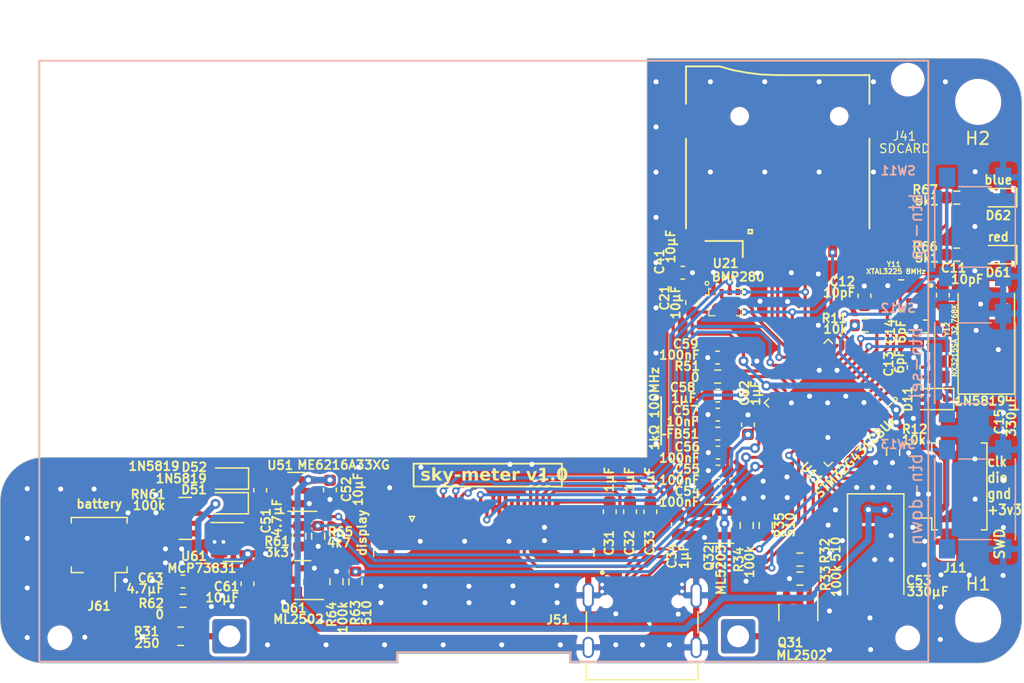
<source format=kicad_pcb>
(kicad_pcb (version 20221018) (generator pcbnew)
  (layers (0 "F.Cu" signal) (31 "B.Cu" signal) (34 "B.Paste" user) (35 "F.Paste" user) (36 "B.SilkS" user "B.Silkscreen") (37 "F.SilkS" user "F.Silkscreen") (38 "B.Mask" user) (39 "F.Mask" user) (44 "Edge.Cuts" user))
  (net 0 "")
  (net 1 "GND")
  (net 2 "Net-(U11-PF0)")
  (net 3 "Net-(U11-PF1)")
  (net 4 "Net-(U11-PC14)")
  (net 5 "Net-(U11-PC15)")
  (net 6 "Net-(J31-Pin_20)")
  (net 7 "Net-(J31-Pin_24)")
  (net 8 "Net-(J31-Pin_22)")
  (net 9 "Net-(J31-Pin_23)")
  (net 10 "Net-(J31-Pin_21)")
  (net 11 "hwpwr")
  (net 12 "Net-(D51-K)")
  (net 13 "+3V3")
  (net 14 "Net-(Q32-G)")
  (net 15 "+3.3VA")
  (net 16 "V-ref")
  (net 17 "usb-5v")
  (net 18 "batt-info")
  (net 19 "Net-(U61-VBAT)")
  (net 20 "+BATT")
  (net 21 "/spi-mosi")
  (net 22 "/spi-clk")
  (net 23 "/d-rst")
  (net 24 "/d-rs-dc")
  (net 25 "/d-cs")
  (net 26 "Net-(J32-Pin_1)")
  (net 27 "Net-(J32-Pin_2)")
  (net 29 "/spi-miso")
  (net 32 "sdcard-cs")
  (net 33 "/usb-d+")
  (net 34 "/usb-d-")
  (net 35 "/usb-cc1")
  (net 38 "/usb-cc2")
  (net 39 "Net-(Q31-G)")
  (net 40 "Net-(Q61-G)")
  (net 41 "Net-(Q61-D)")
  (net 43 "Net-(U11-PG10)")
  (net 44 "d-led")
  (net 45 "chg-cur")
  (net 46 "chg-hi")
  (net 47 "hwen")
  (net 48 "Net-(RN61-R2.1)")
  (net 49 "Net-(RN61-R3.2)")
  (net 50 "/btn-up")
  (net 51 "/btn-sel")
  (net 52 "/btn-dn")
  (net 53 "bmp280-cs")
  (net 54 "chg-ind")
  (net 56 "/i2c-sda")
  (net 57 "/i2c-scl")
  (net 58 "/swdio")
  (net 59 "/swclk")
  (net 62 "Net-(U11-PB8)")
  (net 64 "Net-(D61-A)")
  (net 65 "Net-(D62-A)")
  (net 66 "/led-r")
  (net 67 "/led-b")
  (net 72 "Net-(D11-K)")
  (footprint "Resistor_SMD:R_0603_1608Metric" (layer "F.Cu") (at 104.902 70.8129 180)
    (fp_text reference "R33")
    (fp_text value "100k")
  )
  (footprint "Capacitor_SMD:C_0603_1608Metric" (layer "F.Cu") (at 96.266 48.6664 90)
    (fp_text reference "C21")
    (fp_text value "10μF")
  )
  (footprint "Package_DFN_QFN:QFN-48-1EP_7x7mm_P0.5mm_EP5.6x5.6mm" (layer "F.Cu") (at 107.166136 56.711777 -135)
    (fp_text reference "U11")
    (fp_text value "STM32G431CBUx")
  )
  (footprint "Package_TO_SOT_SMD:SOT-23-5" (layer "F.Cu") (at 59.4923 67.879)
    (fp_text reference "U61")
    (fp_text value "MCP73831")
  )
  (footprint "Resistor_SMD:R_0603_1608Metric" (layer "F.Cu") (at 64.77 67.4116 -90)
    (fp_text reference "R61")
    (fp_text value "3k3")
  )
  (footprint "Capacitor_SMD:C_0603_1608Metric" (layer "F.Cu") (at 114.0206 53.855 -90)
    (fp_text reference "C13")
    (fp_text value "6pF")
  )
  (footprint "Package_TO_SOT_SMD:SOT-23" (layer "F.Cu") (at 65.0517 70.932 180)
    (fp_text reference "Q61")
    (fp_text value "ML2502")
  )
  (footprint "Capacitor_SMD:C_0603_1608Metric" (layer "F.Cu") (at 61.6458 63.7162 -90)
    (fp_text reference "C51")
    (fp_text value "4.7μF")
  )
  (footprint "Diode_SMD:D_SOD-323" (layer "F.Cu") (at 59.1058 62.7888 180)
    (fp_text reference "D52")
    (fp_text value "1N5819")
  )
  (footprint "Capacitor_SMD:C_0603_1608Metric" (layer "F.Cu") (at 98.3358 62.23 180)
    (fp_text reference "C55")
    (fp_text value "100nF")
  )
  (footprint "TSX-3225_16.0000MF18X-AC3:XTAL_TSX-3225_16.0000MF18X-AC3" (layer "F.Cu") (at 113.0124 48.1034 180)
    (fp_text reference "Y11")
    (fp_text value "XTAL3225 8MHz")
  )
  (footprint "Resistor_SMD:R_0603_1608Metric" (layer "F.Cu") (at 66.294 67.4116 -90)
    (fp_text reference "R65")
    (fp_text value "4k7")
  )
  (footprint "Capacitor_SMD:C_0603_1608Metric" (layer "F.Cu") (at 67.2338 63.7032 90)
    (fp_text reference "C52")
    (fp_text value "10μF")
  )
  (footprint "Resistor_SMD:R_0603_1608Metric" (layer "F.Cu") (at 100.6348 66.548 -90)
    (fp_text reference "R34")
    (fp_text value "100k")
  )
  (footprint "Capacitor_SMD:C_0603_1608Metric" (layer "F.Cu") (at 98.298 53.086 180)
    (fp_text reference "C59")
    (fp_text value "100nF")
  )
  (footprint "Capacitor_SMD:C_0603_1608Metric" (layer "F.Cu") (at 89.662 65.4434 90)
    (fp_text reference "C31")
    (fp_text value "1μF")
  )
  (footprint "Resistor_SMD:R_0603_1608Metric" (layer "F.Cu") (at 98.3112 54.61 180)
    (fp_text reference "R51")
    (fp_text value "0")
  )
  (footprint "Inductor_SMD:L_0603_1608Metric" (layer "F.Cu") (at 98.3233 59.182 180)
    (fp_text reference "FB51")
    (fp_text value "1kΩ 100MHz")
  )
  (footprint "Connector_FFC-FPC:TE_2-1734839-4_1x24-1MP_P0.5mm_Horizontal" (layer "F.Cu") (at 79.5652 66.374)
    (fp_text reference "J31" hide)
    (fp_text value "display")
  )
  (footprint "LED_SMD:LED_0603_1608Metric" (layer "F.Cu") (at 120.8024 44.831 180)
    (fp_text reference "D61")
    (fp_text value "red")
  )
  (footprint "Package_TO_SOT_SMD:SOT-23" (layer "F.Cu") (at 97.917 66.4233 180)
    (fp_text reference "Q32")
    (fp_text value "ML5203")
  )
  (footprint "Capacitor_SMD:C_0603_1608Metric" (layer "F.Cu") (at 92.9132 65.4434 90)
    (fp_text reference "C33")
    (fp_text value "1μF")
  )
  (footprint "Connector_Molex:Molex_PicoBlade_53261-0271_1x02-1MP_P1.25mm_Horizontal" (layer "F.Cu") (at 48.7426 68.6184 180)
    (fp_text reference "J61")
    (fp_text value "battery")
  )
  (footprint "Resistor_SMD:R_0603_1608Metric" (layer "F.Cu") (at 110.1258 50.4952)
    (fp_text reference "R11")
    (fp_text value "10k")
  )
  (footprint "Capacitor_SMD:C_0603_1608Metric" (layer "F.Cu") (at 95.123 66.4718 -90)
    (fp_text reference "C34")
    (fp_text value "1μF")
  )
  (footprint "Diode_SMD:D_SOD-323" (layer "F.Cu") (at 115.6208 56.4134 180)
    (fp_text reference "D11")
    (fp_text value "1N5819")
  )
  (footprint "Resistor_SMD:R_Array_Convex_4x0603" (layer "F.Cu") (at 55.6404 65.983)
    (fp_text reference "RN61")
    (fp_text value "100k")
  )
  (footprint "Resistor_SMD:R_0603_1608Metric" (layer "F.Cu") (at 67.7574 71.0665 90)
    (fp_text reference "R64")
    (fp_text value "100k")
  )
  (footprint "MountingHole:MountingHole_3.2mm_M3" (layer "F.Cu") (at 119.1895 74.1038)
    (fp_text reference "H1")
    (fp_text value "MountingHole" hide)
  )
  (footprint "Package_TO_SOT_SMD:SOT-23" (layer "F.Cu") (at 104.775 73.533 -90)
    (fp_text reference "Q31")
    (fp_text value "ML2502")
  )
  (footprint "Package_LGA:Bosch_LGA-8_2x2.5mm_P0.65mm_ClockwisePinNumbering" (layer "F.Cu") (at 98.9486 48.6284)
    (fp_text reference "U21")
    (fp_text value "BMP280")
  )
  (footprint "NX3215SA-32.768K-STD-MUA-14:XTAL_NX3215SA-32.768K-STD-MUA-14" (layer "F.Cu") (at 116.0018 53.3854 -90)
    (fp_text reference "Y12")
    (fp_text value "NX3215SA 32.768K")
  )
  (footprint "Capacitor_SMD:C_0603_1608Metric" (layer "F.Cu") (at 98.3234 57.658 180)
    (fp_text reference "C57")
    (fp_text value "10nF")
  )
  (footprint "Capacitor_SMD:C_0603_1608Metric" (layer "F.Cu") (at 98.3234 56.134 180)
    (fp_text reference "C58")
    (fp_text value "1μF")
  )
  (footprint "Capacitor_SMD:C_0603_1608Metric" (layer "F.Cu") (at 55.4614 71.0438 180)
    (fp_text reference "C63")
    (fp_text value "4.7μF")
  )
  (footprint "Resistor_SMD:R_0603_1608Metric" (layer "F.Cu") (at 69.2814 71.0665 90)
    (fp_text reference "R63")
    (fp_text value "510")
  )
  (footprint "Resistor_SMD:R_0805_2012Metric" (layer "F.Cu") (at 55.2704 75.438 180)
    (fp_text reference "R31")
    (fp_text value "250")
  )
  (footprint "Connector_Molex:Molex_PicoBlade_53261-0471_1x04-1MP_P1.25mm_Horizontal" (layer "F.Cu") (at 117.1782 63.4184 90)
    (fp_text reference "J11")
    (fp_text value "SWD")
  )
  (footprint "Diode_SMD:D_SOD-323" (layer "F.Cu") (at 59.089 64.77 180)
    (fp_text reference "D51")
    (fp_text value "1N5819")
  )
  (footprint "Capacitor_Tantalum_SMD:CP_EIA-7343-20_Kemet-V" (layer "F.Cu") (at 119.8372 51.6011 90)
    (fp_text reference "C15")
    (fp_text value "330μF")
  )
  (footprint "microsd:Conn_uSDcard" (layer "F.Cu") (at 103.1216 33.7312 180)
    (fp_text reference "J41")
    (fp_text value "SDCARD")
  )
  (footprint "Capacitor_SMD:C_0603_1608Metric" (layer "F.Cu") (at 114.948 50.5821)
    (fp_text reference "C14")
    (fp_text value "6pF")
  )
  (footprint "Resistor_SMD:R_0603_1608Metric" (layer "F.Cu") (at 117.475 44.831 180)
    (fp_text reference "R66")
    (fp_text value "5k1")
  )
  (footprint "Resistor_SMD:R_0603_1608Metric" (layer "F.Cu") (at 102.1588 66.548 -90)
    (fp_text reference "R35")
    (fp_text value "510")
  )
  (footprint "Capacitor_SMD:C_0603_1608Metric" (layer "F.Cu") (at 60.6298 71.2346 -90)
    (fp_text reference "C61")
    (fp_text value "10μF")
  )
  (footprint "Resistor_SMD:R_0603_1608Metric" (layer "F.Cu") (at 104.902 69.2889 180)
    (fp_text reference "R32")
    (fp_text value "510")
  )
  (footprint "my:display-256x192" (layer "F.Cu") (at 79.5655 53.37175)
    (fp_text reference "J32" hide)
    (fp_text value "~" hide)
  )
  (footprint "Capacitor_SMD:C_0603_1608Metric" (layer "F.Cu") (at 95.5164 46.2788)
    (fp_text reference "C41")
    (fp_text value "10μF")
  )
  (footprint "Resistor_SMD:R_0603_1608Metric" (layer "F.Cu") (at 55.4614 72.5932 180)
    (fp_text reference "R62")
    (fp_text value "0")
  )
  (footprint "Capacitor_SMD:C_0603_1608Metric" (layer "F.Cu") (at 100.7364 58.4708 90)
    (fp_text reference "C62")
    (fp_text value "1μF")
  )
  (footprint "Capacitor_SMD:C_0603_1608Metric" (layer "F.Cu") (at 110.075 48.133 -90)
    (fp_text reference "C12")
    (fp_text value "10pF")
  )
  (footprint "TYPE-C-31-M-12:HRO_TYPE-C-31-M-12" (layer "F.Cu") (at 92.2598 76.327)
    (fp_text reference "J51")
    (fp_text value "TYPE-C-31-M-12" hide)
  )
  (footprint "Capacitor_SMD:C_0603_1608Metric" (layer "F.Cu") (at 91.2876 65.4428 90)
    (fp_text reference "C32")
    (fp_text value "1μF")
  )
  (footprint "Capacitor_SMD:C_0603_1608Metric" (layer "F.Cu") (at 116.3574 48.0822 90)
    (fp_text reference "C11")
    (fp_text value "10pF")
  )
  (footprint "Capacitor_Tantalum_SMD:CP_EIA-7343-20_Kemet-V" (layer "F.Cu") (at 110.9726 68.4276 -90)
    (fp_text reference "C53")
    (fp_text value "330μF")
  )
  (footprint "Resistor_SMD:R_0603_1608Metric" (layer "F.Cu") (at 117.475 40.259 180)
    (fp_text reference "R67")
    (fp_text value "5k1")
  )
  (footprint "LED_SMD:LED_0603_1608Metric" (layer "F.Cu") (at 120.8024 40.259 180)
    (fp_text reference "D62")
    (fp_text value "blue")
  )
  (footprint "Resistor_SMD:R_0603_1608Metric" (layer "F.Cu") (at 112.3696 60.706 90)
    (fp_text reference "R12")
    (fp_text value "10k")
  )
  (footprint "Package_TO_SOT_SMD:SOT-23" (layer "F.Cu") (at 64.5137 63.8556 180)
    (fp_text reference "U51")
    (fp_text value "ME6216A33XG")
  )
  (footprint "Capacitor_SMD:C_0603_1608Metric" (layer "F.Cu") (at 98.3358 60.706 180)
    (fp_text reference "C56")
    (fp_text value "100nF")
  )
  (footprint "Capacitor_SMD:C_0603_1608Metric" (layer "F.Cu") (at 98.3358 63.7564 180)
    (fp_text reference "C54")
    (fp_text value "100nF")
  )
  (footprint "MountingHole:MountingHole_3.2mm_M3" (layer "F.Cu") (at 119.1895 32.5762)
    (fp_text reference "H2")
    (fp_text value "MountingHole" hide)
  )
  (footprint "Button_Switch_SMD:SW_Push_1P1T_NO_6x6mm_H9.5mm" (layer "B.Cu") (at 118.9334 42.6086 90)
    (fp_text reference "SW11")
    (fp_text value "btn-up")
  )
  (footprint "Button_Switch_SMD:SW_Push_1P1T_NO_6x6mm_H9.5mm" (layer "B.Cu") (at 118.9334 53.5306 90)
    (fp_text reference "SW12")
    (fp_text value "btn-sel")
  )
  (footprint "Button_Switch_SMD:SW_Push_1P1T_NO_6x6mm_H9.5mm" (layer "B.Cu") (at 118.9376 64.4524 90)
    (fp_text reference "SW13")
    (fp_text value "btn-down")
  )
  (gr_line (start 93.7768 56.2356) (end 93.7768 60.071) (stroke (width 0.15)) (layer "F.SilkS"))
  (gr_rect (start 73.9394 61.595) (end 85.8266 63.4238) (stroke (width 0.15)) (fill none) (layer "F.SilkS"))
  (gr_line (start 93.7768 59.2582) (end 94.1324 59.2582) (stroke (width 0.15)) (layer "F.SilkS"))
  (gr_line (start 72.7075 77.597) (end 44.323 77.597) (stroke (width 0.05)) (layer "Edge.Cuts"))
  (gr_line (start 92.6338 29.083) (end 92.6338 61.087) (stroke (width 0.05)) (layer "Edge.Cuts"))
  (gr_line (start 122.682 32.5882) (end 122.682 74.0918) (stroke (width 0.05)) (layer "Edge.Cuts"))
  (gr_line (start 72.7075 77.597) (end 72.7075 76.835) (stroke (width 0.05)) (layer "Edge.Cuts"))
  (gr_line (start 86.4235 77.597) (end 86.4235 76.835) (stroke (width 0.05)) (layer "Edge.Cuts"))
  (gr_line (start 92.6338 29.083) (end 119.1768 29.083) (stroke (width 0.05)) (layer "Edge.Cuts"))
  (gr_line (start 86.4235 77.597) (end 119.1768 77.597) (stroke (width 0.05)) (layer "Edge.Cuts"))
  (gr_arc (start 40.8178 64.5922) (mid 41.844449 62.113649) (end 44.323 61.087) (stroke (width 0.05)) (layer "Edge.Cuts"))
  (gr_line (start 72.7075 76.835) (end 86.4235 76.835) (stroke (width 0.05)) (layer "Edge.Cuts"))
  (gr_line (start 40.8178 74.0918) (end 40.8178 64.5922) (stroke (width 0.05)) (layer "Edge.Cuts"))
  (gr_arc (start 44.323 77.597) (mid 41.844449 76.570351) (end 40.8178 74.0918) (stroke (width 0.05)) (layer "Edge.Cuts"))
  (gr_arc (start 122.682 74.0918) (mid 121.655351 76.570351) (end 119.1768 77.597) (stroke (width 0.05)) (layer "Edge.Cuts"))
  (gr_arc (start 119.1768 29.083) (mid 121.655351 30.109649) (end 122.682 32.5882) (stroke (width 0.05)) (layer "Edge.Cuts"))
  (gr_line (start 92.6338 61.087) (end 44.323 61.087) (stroke (width 0.05)) (layer "Edge.Cuts"))
  (gr_text "clk\ndio\ngnd\n+3v3" (at 119.8372 65.7606) (layer "F.SilkS") (effects (font (size 0.8 0.7)) (justify left bottom)))
  (gr_text "sky-meter v1.0" (at 74.484745 63.119) (layer "F.SilkS") (effects (font (size 1 1) (thickness 0.25) bold) (justify left bottom)))
  (segment (start 65.9892 69.1642) (end 65.9892 69.977) (width 0.5) (layer "F.Cu") (net 1))
  (segment (start 66.294 68.8594) (end 65.9892 69.1642) (width 0.5) (layer "F.Cu") (net 1))
  (segment (start 48.1176 69.0472) (end 48.1176 71.0184) (width 0.75) (layer "F.Cu") (net 1))
  (segment (start 61.9602 64.8056) (end 61.6458 64.4912) (width 0.5) (layer "F.Cu") (net 1))
  (segment (start 66.8934 64.8056) (end 67.2338 64.4652) (width 0.5) (layer "F.Cu") (net 1))
  (segment (start 113.7666 64.0334) (end 113.2332 63.5) (width 0.5) (layer "F.Cu") (net 1))
  (segment (start 114.1984 50.5968) (end 114.173 51.7906) (width 0.25) (layer "F.Cu") (net 1))
  (segment (start 104.0638 70.8152) (end 104.077 71.2846) (width 0.5) (layer "F.Cu") (net 1))
  (segment (start 48.1176 71.0184) (end 48.1176 72.4816) (width 0.75) (layer "F.Cu") (net 1))
  (segment (start 65.4512 64.8056) (end 65.5726 64.8056) (width 0.5) (layer "F.Cu") (net 1))
  (segment (start 86.36 70.4342) (end 85.4202 71.374) (width 0.5) (layer "F.Cu") (net 1))
  (segment (start 114.0206 51.943) (end 114.0206 53.086) (width 0.25) (layer "F.Cu") (net 1))
  (segment (start 89.0524 70.9168) (end 88.5698 70.4342) (width 0.5) (layer "F.Cu") (net 1))
  (segment (start 65.5726 64.8056) (end 65.5828 64.7954) (width 0.5) (layer "F.Cu") (net 1))
  (segment (start 80.7212 63.8556) (end 80.8736 63.8556) (width 0.25) (layer "F.Cu") (net 1))
  (segment (start 97.2566 67.5132) (end 95.3894 67.5132) (width 0.4) (layer "F.Cu") (net 1))
  (segment (start 98.8822 50.3682) (end 100.0252 50.3682) (width 0.4) (layer "F.Cu") (net 1))
  (segment (start 81.3308 63.8556) (end 81.9912 63.8556) (width 0.25) (layer "F.Cu") (net 1))
  (segment (start 80.8152 65.024) (end 80.8152 63.914) (width 0.25) (layer "F.Cu") (net 1))
  (segment (start 95.8088 70.5358) (end 100.1014 70.5358) (width 0.5) (layer "F.Cu") (net 1))
  (segment (start 65.5828 64.7954) (end 65.593 64.8056) (width 0.5) (layer "F.Cu") (net 1))
  (segment (start 80.3152 65.024) (end 80.3152 64.2616) (width 0.25) (layer "F.Cu") (net 1))
  (segment (start 89.0524 71.2978) (end 89.0524 70.9168) (width 0.5) (layer "F.Cu") (net 1))
  (segment (start 48.1176 69.0472) (end 48.1076 69.0372) (width 0.75) (layer "F.Cu") (net 1))
  (segment (start 66.294 68.2366) (end 66.294 68.8594) (width 0.5) (layer "F.Cu") (net 1))
  (segment (start 95.3894 67.5132) (end 95.123 67.2468) (width 0.4) (layer "F.Cu") (net 1))
  (segment (start 80.8736 63.8556) (end 81.3308 63.8556) (width 0.25) (layer "F.Cu") (net 1))
  (segment (start 82.3152 64.1796) (end 82.3152 65.024) (width 0.25) (layer "F.Cu") (net 1))
  (segment (start 114.3762 64.0334) (end 113.7666 64.0334) (width 0.5) (layer "F.Cu") (net 1))
  (segment (start 100.0252 50.3682) (end 101.0412 51.3842) (width 0.4) (layer "F.Cu") (net 1))
  (segment (start 65.4512 64.8056) (end 61.9602 64.8056) (width 0.5) (layer "F.Cu") (net 1))
  (segment (start 97.9736 47.0974) (end 97.9678 47.0916) (width 0.25) (layer "F.Cu") (net 1))
  (segment (start 65.9892 69.977) (end 65.9892 69.982) (width 0.5) (layer "F.Cu") (net 1))
  (segment (start 97.9736 47.8284) (end 97.9736 47.0974) (width 0.25) (layer "F.Cu") (net 1))
  (segment (start 65.593 64.8056) (end 66.8934 64.8056) (width 0.5) (layer "F.Cu") (net 1))
  (segment (start 104.077 71.2846) (end 103.825 71.5366) (width 0.5) (layer "F.Cu") (net 1))
  (segment (start 101.0412 51.3842) (end 101.4476 51.7906) (width 0.4) (layer "F.Cu") (net 1))
  (segment (start 100.1014 70.5358) (end 100.584 71.0184) (width 0.5) (layer "F.Cu") (net 1))
  (segment (start 81.3152 65.024) (end 81.3152 63.8712) (width 0.25) (layer "F.Cu") (net 1))
  (segment (start 81.9912 63.8556) (end 82.3152 64.1796) (width 0.25) (layer "F.Cu") (net 1))
  (segment (start 115.2144 64.0334) (end 114.3762 64.0334) (width 0.5) (layer "F.Cu") (net 1))
  (segment (start 80.3152 64.2616) (end 80.7212 63.8556) (width 0.25) (layer "F.Cu") (net 1))
  (segment (start 114.173 51.7906) (end 114.0206 51.943) (width 0.25) (layer "F.Cu") (net 1))
  (segment (start 110.7186 63.5) (end 109.4486 63.5) (width 0.5) (layer "F.Cu") (net 1))
  (segment (start 112.0394 63.5) (end 110.7186 63.5) (width 0.5) (layer "F.Cu") (net 1))
  (segment (start 98.6236 49.4284) (end 98.6236 50.1096) (width 0.4) (layer "F.Cu") (net 1))
  (segment (start 103.825 71.5366) (end 103.825 72.5955) (width 0.5) (layer "F.Cu") (net 1))
  (segment (start 104.077 70.8129) (end 104.0638 70.8152) (width 0.5) (layer "F.Cu") (net 1))
  (segment (start 95.4532 71.2724) (end 95.4532 70.8914) (width 0.5) (layer "F.Cu") (net 1))
  (segment (start 114.0206 53.086) (end 114.0206 53.08) (width 0.25) (layer "F.Cu") (net 1))
  (segment (start 98.6236 50.1096) (end 98.8822 50.3682) (width 0.4) (layer "F.Cu") (net 1))
  (segment (start 90.1446 73.6346) (end 86.3346 73.6346) (width 0.4) (layer "F.Cu") (net 1))
  (segment (start 114.173 50.5821) (end 114.1984 50.5968) (width 0.25) (layer "F.Cu") (net 1))
  (segment (start 86.3346 73.6346) (end 85.4456 72.7456) (width 0.4) (layer "F.Cu") (net 1))
  (segment (start 88.5698 70.4342) (end 86.36 70.4342) (width 0.5) (layer "F.Cu") (net 1))
  (segment (start 95.4532 70.8914) (end 95.8088 70.5358) (width 0.5) (layer "F.Cu") (net 1))
  (segment (start 101.4476 51.7906) (end 101.4476 53.3654) (width 0.4) (layer "F.Cu") (net 1))
  (segment (start 113.2332 63.5) (end 112.0394 63.5) (width 0.5) (layer "F.Cu") (net 1))
  (via (at 58.5724 72.1614) (size 0.8) (drill 0.4) (layers "F.Cu" "B.Cu") (net 1))
  (via (at 52.197 75.4888) (size 0.8) (drill 0.4) (layers "F.Cu" "B.Cu") (net 1))
  (via (at 71.61784 76.1238) (size 0.8) (drill 0.4) (layers "F.Cu" "B.Cu") (net 1))
  (via (at 116.1542 75.692) (size 0.8) (drill 0.4) (layers "F.Cu" "B.Cu") (net 1))
  (via (at 119.38 48.7934) (size 0.8) (drill 0.4) (layers "F.Cu" "B.Cu") (net 1))
  (via (at 111.9378 47.3202) (size 0.8) (drill 0.4) (layers "F.Cu" "B.Cu") (net 1))
  (via (at 110.9726 61.4934) (size 0.8) (drill 0.4) (layers "F.Cu" "B.Cu") (net 1))
  (via (at 90.1446 76.1238) (size 0.8) (drill 0.4) (layers "F.Cu" "B.Cu") (net 1))
  (via (at 121.2088 57.5056) (size 0.8) (drill 0.4) (layers "F.Cu" "B.Cu") (net 1))
  (via (at 100.7364 57.6834) (size 0.8) (drill 0.4) (layers "F.Cu" "B.Cu") (net 1))
  (via (at 59.3852 73.025) (size 0.8) (drill 0.4) (layers "F.Cu" "B.Cu") (net 1))
  (via (at 94.4372 76.1238) (size 0.8) (drill 0.4) (layers "F.Cu" "B.Cu") (net 1))
  (via (at 63.5 72.6948) (size 0.8) (drill 0.4) (layers "F.Cu" "B.Cu") (net 1))
  (via (at 121.1834 70.5612) (size 0.8) (drill 0.4) (layers "F.Cu" "B.Cu") (net 1))
  (via (at 101.4984 46.3042) (size 0.8) (drill 0.4) (layers "F.Cu" "B.Cu") (net 1))
  (via (at 106.4387 30.9626) (size 0.8) (drill 0.4) (layers "F.Cu" "B.Cu") (net 1))
  (via (at 93.3704 34.58845) (size 0.8) (drill 0.4) (layers "F.Cu" "B.Cu") (net 1))
  (via (at 106.3752 50.4952) (size 0.8) (drill 0.4) (layers "F.Cu" "B.Cu") (net 1))
  (via (at 83.4136 61.6458) (size 0.8) (drill 0.4) (layers "F.Cu" "B.Cu") (net 1))
  (via (at 53.0352 70.9676) (size 0.8) (drill 0.4) (layers "F.Cu" "B.Cu") (net 1))
  (via (at 118.9482 38.1762) (size 0.8) (drill 0.4) (layers "F.Cu" "B.Cu") (net 1))
  (via (at 97.9678 46.2534) (size 0.8) (drill 0.4) (layers "F.Cu" "B.Cu") (net 1))
  (via (at 81.915 72.7456) (size 0.8) (drill 0.4) (layers "F.Cu" "B.Cu") (net 1))
  (via (at 95.4532 71.8312) (size 0.5) (drill 0.3) (layers "F.Cu" "B.Cu") (net 1))
  (via (at 84.4296 67.7672) (size 0.8) (drill 0.4) (layers "F.Cu" "B.Cu") (net 1))
  (via (at 97.7265 30.9626) (size 0.8) (drill 0.4) (layers "F.Cu" "B.Cu") (net 1))
  (via (at 66.92392 76.1238) (size 0.8) (drill 0.4) (layers "F.Cu" "B.Cu") (net 1))
  (via (at 107.1245 56.711777) (size 0.8) (drill 0.4) (layers "F.Cu" "B.Cu") (net 1))
  (via (at 110.8964 69.2912) (size 0.8) (drill 0.4) (layers "F.Cu" "B.Cu") (net 1))
  (via (at 110.0582 47.3456) (size 0.8) (drill 0.4) (layers "F.Cu" "B.Cu") (net 1))
  (via (at 42.9768 63.6016) (size 0.8) (drill 0.4) (layers "F.Cu" "B.Cu") (net 1))
  (via (at 65.5828 64.7954) (size 0.8) (drill 0.4) (layers "F.Cu" "B.Cu") (net 1))
  (via (at 74.8538 72.7456) (size 0.8) (drill 0.4) (layers "F.Cu" "B.Cu") (net 1))
  (via (at 121.2088 62.873466) (size 0.8) (drill 0.4) (layers "F.Cu" "B.Cu") (net 1))
  (via (at 42.9768 67.580933) (size 0.8) (drill 0.4) (layers "F.Cu" "B.Cu") (net 1))
  (via (at 47.5869 75.5142) (size 0.8) (drill 0.4) (layers "F.Cu" "B.Cu") (net 1))
  (via (at 108.0516 71.9836) (size 0.8) (drill 0.4) (layers "F.Cu" "B.Cu") (net 1))
  (via (at 66.294 68.2244) (size 0.8) (drill 0.4) (layers "F.Cu" "B.Cu") (net 1))
  (via (at 93.3704 56.34355) (size 0.8) (drill 0.4) (layers "F.Cu" "B.Cu") (net 1))
  (via (at 97.5614 62.1538) (size 0.8) (drill 0.4) (layers "F.Cu" "B.Cu") (net 1))
  (via (at 89.0524 71.8566) (size 0.5) (drill 0.3) (layers "F.Cu" "B.Cu") (net 1))
  (via (at 93.3704 30.9626) (size 0.8) (drill 0.4) (layers "F.Cu" "B.Cu") (net 1))
  (via (at 74.4728 67.818) (size 0.8) (drill 0.4) (layers "F.Cu" "B.Cu") (net 1))
  (via (at 110.7948 30.9626) (size 0.8) (drill 0.4) (layers "F.Cu" "B.Cu") (net 1))
  (via (at 54.0512 69.5452) (size 0.8) (drill 0.4) (layers "F.Cu" "B.Cu") (net 1))
  (via (at 110.5154 73.9648) (size 0.8) (drill 0.4) (layers "F.Cu" "B.Cu") (net 1))
  (via (at 114.3762 64.0334) (size 0.8) (drill 0.4) (layers "F.Cu" "B.Cu") (net 1))
  (via (at 108.57865 56.1848) (size 0.8) (drill 0.4) (layers "F.Cu" "B.Cu") (net 1))
  (via (at 71.3232 71.4248) (size 0.8) (drill 0.4) (layers "F.Cu" "B.Cu") (net 1))
  (via (at 116.5606 30.9626) (size 0.8) (drill 0.4) (layers "F.Cu" "B.Cu") (net 1))
  (via (at 110.7948 38.2016) (size 0.8) (drill 0.4) (layers "F.Cu" "B.Cu") (net 1))
  (via (at 118.9482 64.4398) (size 0.8) (drill 0.4) (layers "F.Cu" "B.Cu") (net 1))
  (via (at 97.5614 60.706) (size 0.8) (drill 0.4) (layers "F.Cu" "B.Cu") (net 1))
  (via (at 54.0512 68.4276) (size 0.8) (drill 0.4) (layers "F.Cu" "B.Cu") (net 1))
  (via (at 120.8024 52.451) (size 0.8) (drill 0.4) (layers "F.Cu" "B.Cu") (net 1))
  (via (at 110.0328 56.6928) (size 0.8) (drill 0.4) (layers "F.Cu" "B.Cu") (net 1))
  (via (at 107.1626 66.5226) (size 0.8) (drill 0.4) (layers "F.Cu" "B.Cu") (net 1))
  (via (at 112.2172 67.3608) (size 0.8) (drill 0.4) (layers "F.Cu" "B.Cu") (net 1))
  (via (at 121.2088 59.0296) (size 0.8) (drill 0.4) (layers "F.Cu" "B.Cu") (net 1))
  (via (at 85.6996 76.1238) (size 0.8) (drill 0.4) (layers "F.Cu" "B.Cu") (net 1))
  (via (at 102.0826 30.9626) (size 0.8) (drill 0.4) (layers "F.Cu" "B.Cu") (net 1))
  (via (at 92.2909 76.1238) (size 0.8) (drill 0.4) (layers "F.Cu" "B.Cu") (net 1))
  (via (at 42.9768 71.560266) (size 0.8) (drill 0.4) (layers "F.Cu" "B.Cu") (net 1))
  (via (at 74.84745 71.4248) (size 0.8) (drill 0.4) (layers "F.Cu" "B.Cu") (net 1))
  (via (at 78.0288 67.818) (size 0.8) (drill 0.4) (layers "F.Cu" "B.Cu") (net 1))
  (via (at 103.8606 62.6618) (size 0.8) (drill 0.4) (layers "F.Cu" "B.Cu") (net 1))
  (via (at 90.1446 73.6346) (size 0.8) (drill 0.4) (layers "F.Cu" "B.Cu") (net 1))
  (via (at 110.7186 63.5) (size 0.8) (drill 0.4) (layers "F.Cu" "B.Cu") (net 1))
  (via (at 48.3362 63.627) (size 0.8) (drill 0.4) (layers "F.Cu" "B.Cu") (net 1))
  (via (at 81.00568 76.1238) (size 0.8) (drill 0.4) (layers "F.Cu" "B.Cu") (net 1))
  (via (at 114.0206 53.086) (size 0.8) (drill 0.4) (layers "F.Cu" "B.Cu") (net 1))
  (via (at 118.9228 46.1264) (size 0.8) (drill 0.4) (layers "F.Cu" "B.Cu") (net 1))
  (via (at 81.661 61.6458) (size 0.8) (drill 0.4) (layers "F.Cu" "B.Cu") (net 1))
  (via (at 104.2162 56.7182) (size 0.8) (drill 0.4) (layers "F.Cu" "B.Cu") (net 1))
  (via (at 100.584 71.0184) (size 0.8) (drill 0.4) (layers "F.Cu" "B.Cu") (net 1))
  (via (at 78.3844 72.7456) (size 0.8) (drill 0.4) (layers "F.Cu" "B.Cu") (net 1))
  (via (at 69.5198 61.8744) (size 0.8) (drill 0.4) (layers "F.Cu" "B.Cu") (net 1))
  (via (at 107.2642 73.406) (size 0.8) (drill 0.4) (layers "F.Cu" "B.Cu") (net 1))
  (via (at 107.2896 68.7832) (size 0.8) (drill 0.4) (layers "F.Cu" "B.Cu") (net 1))
  (via (at 93.3704 59.9694) (size 0.8) (drill 0.4) (layers "F.Cu" "B.Cu") (net 1))
  (via (at 106.3752 46.3804) (size 0.8) (drill 0.4) (layers "F.Cu" "B.Cu") (net 1))
  (via (at 109.4486 63.5) (size 0.8) (drill 0.4) (layers "F.Cu" "B.Cu") (net 1))
  (via (at 97.2566 67.5132) (size 0.8) (drill 0.4) (layers "F.Cu" "B.Cu") (net 1))
  (via (at 106.4387 38.2016) (size 0.8) (drill 0.4) (layers "F.Cu" "B.Cu") (net 1))
  (via (at 93.3704 38.2143) (size 0.8) (drill 0.4) (layers "F.Cu" "B.Cu") (net 1))
  (via (at 67.7672 70.231) (size 0.8) (drill 0.4) (layers "F.Cu" "B.Cu") (net 1))
  (via (at 119.0244 50.9016) (size 0.8) (drill 0.4) (layers "F.Cu" "B.Cu") (net 1))
  (via (at 116.205 70.5104) (size 0.8) (drill 0.4) (layers "F.Cu" "B.Cu") (net 1))
  (via (at 57.9882 67.8688) (size 0.6) (drill 0.3) (layers "F.Cu" "B.Cu") (net 1))
  (via (at 62.0776 68.8086) (size 0.8) (drill 0.4) (layers "F.Cu" "B.Cu") (net 1))
  (via (at 105.67035 56.1848) (size 0.8) (drill 0.4) (layers "F.Cu" "B.Cu") (net 1))
  (via (at 106.4514 54.102) (size 0.8) (drill 0.4) (layers "F.Cu" "B.Cu") (net 1))
  (via (at 104.2162 46.2788) (size 0.8) (drill 0.4) (layers "F.Cu" "B.Cu") (net 1))
  (via (at 42.9768 75.5396) (size 0.8) (drill 0.4) (layers "F.Cu" "B.Cu") (net 1))
  (via (at 118.4656 70.5358) (size 0.8) (drill 0.4) (layers "F.Cu" "B.Cu") (net 1))
  (via (at 74.5236 61.8744) (size 0.8) (drill 0.4) (layers "F.Cu" "B.Cu") (net 1))
  (via (at 81.5848 67.818) (size 0.8) (drill 0.4) (layers "F.Cu" "B.Cu") (net 1))
  (via (at 114.9096 67.818) (size 0.8) (drill 0.4) (layers "F.Cu" "B.Cu") (net 1))
  (via (at 100.4062 64.389) (size 0.8) (drill 0.4) (layers "F.Cu" "B.Cu") (net 1))
  (via (at 114.1984 50.5968) (size 0.8) (drill 0.4) (layers "F.Cu" "B.Cu") (net 1))
  (via (at 55.3466 68.4276) (size 0.8) (drill 0.4) (layers "F.Cu" "B.Cu") (net 1))
  (via (at 62.23 76.1238) (size 0.8) (drill 0.4) (layers "F.Cu" "B.Cu") (net 1))
  (via (at 107.1372 59.493077) (size 0.8) (drill 0.4) (layers "F.Cu" "B.Cu") (net 1))
  (via (at 55.3466 69.5452) (size 0.8) (drill 0.4) (layers "F.Cu" "B.Cu") (net 1))
  (via (at 45.6565 63.627) (size 0.8) (drill 0.4) (layers "F.Cu" "B.Cu") (net 1))
  (via (at 96.2914 46.2788) (size 0.8) (drill 0.4) (layers "F.Cu" "B.Cu") (net 1))
  (via (at 107.7468 65.3034) (size 0.8) (drill 0.4) (layers "F.Cu" "B.Cu") (net 1))
  (via (at 101.9556 64.2874) (size 0.8) (drill 0.4) (layers "F.Cu" "B.Cu") (net 1))
  (via (at 51.054 65.532) (size 0.8) (drill 0.4) (layers "F.Cu" "B.Cu") (net 1))
  (via (at 107.8738 54.102) (size 0.8) (drill 0.4) (layers "F.Cu" "B.Cu") (net 1))
  (via (at 93.3704 41.84015) (size 0.8) (drill 0.4) (layers "F.Cu" "B.Cu") (net 1))
  (via (at 65.9892 69.977) (size 0.8) (drill 0.4) (layers "F.Cu" "B.Cu") (net 1))
  (via (at 113.9444 66.7004) (size 0.8) (drill 0.4) (layers "F.Cu" "B.Cu") (net 1))
  (via (at 113.6142 60.7314) (size 0.8) (drill 0.4) (layers "F.Cu" "B.Cu") (net 1))
  (via (at 93.3704 52.7177) (size 0.8) (drill 0.4) (layers "F.Cu" "B.Cu") (net 1))
  (via (at 108.3056 67.7672) (size 0.8) (drill 0.4) (layers "F.Cu" "B.Cu") (net 1))
  (via (at 118.9228 42.5704) (size 0.8) (drill 0.4) (layers "F.Cu" "B.Cu") (net 1))
  (via (at 107.2642 76.5302) (size 0.8) (drill 0.4) (layers "F.Cu" "B.Cu") (net 1))
  (via (at 81.89595 71.3994) (size 0.8) (drill 0.4) (layers "F.Cu" "B.Cu") (net 1))
  (via (at 76.31176 76.1238) (size 0.8) (drill 0.4) (layers "F.Cu" "B.Cu") (net 1))
  (via (at 93.3704 45.466) (size 0.8) (drill 0.4) (layers "F.Cu" "B.Cu") (net 1))
  (via (at 97.536 57.658) (size 0.8) (drill 0.4) (layers "F.Cu" "B.Cu") (net 1))
  (via (at 115.2144 64.0334) (size 0.8) (drill 0.4) (layers "F.Cu" "B.Cu") (net 1))
  (via (at 93.3704 49.09185) (size 0.8) (drill 0.4) (layers "F.Cu" "B.Cu") (net 1))
  (via (at 50.8508 70.9676) (size 0.8) (drill 0.4) (layers "F.Cu" "B.Cu") (net 1))
  (via (at 101.7016 48.5648) (size 0.8) (drill 0.4) (layers "F.Cu" "B.Cu") (net 1))
  (via (at 104.0638 70.8152) (size 0.8) (drill 0.4) (layers "F.Cu" "B.Cu") (net 1))
  (via (at 112.2172 69.2912) (size 0.8) (drill 0.4) (layers "F.Cu" "B.Cu") (net 1))
  (via (at 72.0217 63.5254) (size 0.8) (drill 0.4) (layers "F.Cu" "B.Cu") (net 1))
  (via (at 89.0524 71.2978) (size 0.5) (drill 0.3) (layers "F.Cu" "B.Cu") (net 1))
  (via (at 53.2892 65.532) (size 0.8) (drill 0.4) (layers "F.Cu" "B.Cu") (net 1))
  (via (at 114.8588 69.6976) (size 0.8) (drill 0.4) (layers "F.Cu" "B.Cu") (net 1))
  (via (at 118.9228 61.214) (size 0.8) (drill 0.4) (layers "F.Cu" "B.Cu") (net 1))
  (via (at 96.266 63.373) (size 0.8) (drill 0.4) (layers "F.Cu" "B.Cu") (net 1))
  (via (at 57.7342 73.0504) (size 0.8) (drill 0.4) (layers "F.Cu" "B.Cu") (net 1))
  (via (at 97.5106 53.086) (size 0.8) (drill 0.4) (layers "F.Cu" "B.Cu") (net 1))
  (via (at 84.4296 66.7004) (size 0.8) (drill 0.4) (layers "F.Cu" "B.Cu") (net 1))
  (via (at 95.4532 71.2724) (size 0.5) (drill 0.3) (layers "F.Cu" "B.Cu") (net 1))
  (via (at 85.4202 71.374) (size 0.8) (drill 0.4) (layers "F.Cu" "B.Cu") (net 1))
  (via (at 85.4456 72.7456) (size 0.8) (drill 0.4) (layers "F.Cu" "B.Cu") (net 1))
  (via (at 97.7265 38.2016) (size 0.8) (drill 0.4) (layers "F.Cu" "B.Cu") (net 1))
  (via (at 121.2088 66.717332) (size 0.8) (drill 0.4) (layers "F.Cu" "B.Cu") (net 1))
  (via (at 101.4476 53.3654) (size 0.8) (drill 0.4) (layers "F.Cu" "B.Cu") (net 1))
  (via (at 103.9114 48.5902) (size 0.8) (drill 0.4) (layers "F.Cu" "B.Cu") (net 1))
  (via (at 112.0394 63.5) (size 0.8) (drill 0.4) (layers "F.Cu" "B.Cu") (net 1))
  (via (at 58.6994 67.8688) (size 0.6) (drill 0.3) (layers "F.Cu" "B.Cu") (net 1))
  (via (at 78.3717 71.4248) (size 0.8) (drill 0.4) (layers "F.Cu" "B.Cu") (net 1))
  (via (at 102.0826 38.2016) (size 0.8) (drill 0.4) (layers "F.Cu" "B.Cu") (net 1))
  (via (at 113.9952 57.9628) (size 0.8) (drill 0.4) (layers "F.Cu" "B.Cu") (net 1))
  (via (at 71.3232 72.7456) (size 0.8) (drill 0.4) (layers "F.Cu" "B.Cu") (net 1))
  (via (at 95.1484 73.66) (size 0.8) (drill 0.4) (layers "F.Cu" "B.Cu") (net 1))
  (via (at 114.1476 48.9458) (size 0.8) (drill 0.4) (layers "F.Cu" "B.Cu") (net 1))
  (via (at 110.5662 76.5048) (size 0.8) (drill 0.4) (layers "F.Cu" "B.Cu") (net 1))
  (via (at 53.2892 64.1096) (size 0.8) (drill 0.4) (layers "F.Cu" "B.Cu") (net 1))
  (via (at 101.9556 62.992) (size 0.8) (drill 0.4) (layers "F.Cu" "B.Cu") (net 1))
  (via (at 112.3188 61.5188) (size 0.8) (drill 0.4) (layers "F.Cu" "B.Cu") (net 1))
  (via (at 67.2338 64.4652) (size 0.8) (drill 0.4) (layers "F.Cu" "B.Cu") (net 1))
  (via (at 116.1796 73.0758) (size 0.8) (drill 0.4) (layers "F.Cu" "B.Cu") (net 1))
  (via (at 103.886 64.3128) (size 0.8) (drill 0.4) (layers "F.Cu" "B.Cu") (net 1))
  (segment (start 103.9114 48.5902) (end 101.727 48.5902) (width 0.4) (layer "B.Cu") (net 1))
  (segment (start 99.5934 48.5648) (end 98.679 49.4792) (width 0.4) (layer "B.Cu") (net 1))
  (segment (start 101.727 48.5902) (end 101.7016 48.5648) (width 0.4) (layer "B.Cu") (net 1))
  (segment (start 101.7016 48.5648) (end 99.5934 48.5648) (width 0.4) (layer "B.Cu") (net 1))
  (segment (start 103.9114 48.5902) (end 105.8164 48.5902) (width 0.4) (layer "B.Cu") (net 1))
  (segment (start 105.8164 48.5902) (end 106.6292 47.7774) (width 0.4) (layer "B.Cu") (net 1))
  (segment (start 116.3536 47.3034) (end 116.3574 47.3072) (width 0.25) (layer "F.Cu") (net 2))
  (segment (start 113.7874 47.3034) (end 112.9374 48.1534) (width 0.25) (layer "F.Cu") (net 2))
  (segment (start 112.395 50.2158) (end 112.395 52.543574) (width 0.25) (layer "F.Cu") (net 2))
  (segment (start 112.9374 48.1534) (end 112.9374 49.6734) (width 0.25) (layer "F.Cu") (net 2))
  (segment (start 112.9374 49.6734) (end 112.395 50.2158) (width 0.25) (layer "F.Cu") (net 2))
  (segment (start 112.395 52.543574) (end 110.127146 54.811428) (width 0.25) (layer "F.Cu") (net 2))
  (segment (start 114.1124 47.3034) (end 116.3536 47.3034) (width 0.25) (layer "F.Cu") (net 2))
  (segment (start 114.1124 47.3034) (end 113.7874 47.3034) (width 0.25) (layer "F.Cu") (net 2))
  (segment (start 111.9124 48.9034) (end 111.9124 52.319066) (width 0.25) (layer "F.Cu") (net 3))
  (segment (start 111.9124 48.9034) (end 110.0796 48.9034) (width 0.25) (layer "F.Cu") (net 3))
  (segment (start 111.9124 52.319066) (end 109.773592 54.457874) (width 0.25) (layer "F.Cu") (net 3))
  (segment (start 110.0796 48.9034) (end 110.075 48.908) (width 0.25) (layer "F.Cu") (net 3))
  (segment (start 111.722786 54.63) (end 110.834252 55.518534) (width 0.25) (layer "F.Cu") (net 4))
  (segment (start 114.0206 54.63) (end 111.722786 54.63) (width 0.25) (layer "F.Cu") (net 4))
  (segment (start 114.026 54.6354) (end 114.0206 54.63) (width 0.25) (layer "F.Cu") (net 4))
  (segment (start 116.0018 54.6354) (end 114.026 54.6354) (width 0.25) (layer "F.Cu") (net 4))
  (segment (start 115.723 51.2324) (end 116.0018 51.5112) (width 0.25) (layer "F.Cu") (net 5))
  (segment (start 111.79068 53.855) (end 110.480699 55.164981) (width 0.25) (layer "F.Cu") (net 5))
  (segment (start 116.0018 52.1354) (end 116.0018 52.75) (width 0.25) (layer "F.Cu") (net 5))
  (segment (start 116.0018 51.5112) (end 116.0018 52.1354) (width 0.25) (layer "F.Cu") (net 5))
  (segment (start 116.0018 52.75) (end 114.8968 53.855) (width 0.25) (layer "F.Cu") (net 5))
  (segment (start 114.8968 53.855) (end 111.79068 53.855) (width 0.25) (layer "F.Cu") (net 5))
  (segment (start 115.723 50.5821) (end 115.723 51.2324) (width 0.25) (layer "F.Cu") (net 5))
  (segment (start 83.3152 65.024) (end 83.3152 63.719204) (width 0.25) (layer "F.Cu") (net 6))
  (segment (start 92.4014 62.4294) (end 93.8784 63.9064) (width 0.25) (layer "F.Cu") (net 6))
  (segment (start 89.8652 67.2084) (end 89.662 67.0052) (width 0.25) (layer "F.Cu") (net 6))
  (segment (start 93.6492 66.2184) (end 92.9132 66.2184) (width 0.25) (layer "F.Cu") (net 6))
  (segment (start 93.8784 63.9064) (end 93.8784 65.9892) (width 0.25) (layer "F.Cu") (net 6))
  (segment (start 84.605004 62.4294) (end 92.4014 62.4294) (width 0.25) (layer "F.Cu") (net 6))
  (segment (start 92.9132 66.9544) (end 92.6592 67.2084) (width 0.25) (layer "F.Cu") (net 6))
  (segment (start 83.3152 63.719204) (end 84.605004 62.4294) (width 0.25) (layer "F.Cu") (net 6))
  (segment (start 92.9132 66.2184) (end 92.9132 66.9544) (width 0.25) (layer "F.Cu") (net 6))
  (segment (start 89.662 67.0052) (end 89.662 66.2184) (width 0.25) (layer "F.Cu") (net 6))
  (segment (start 93.8784 65.9892) (end 93.6492 66.2184) (width 0.25) (layer "F.Cu") (net 6))
  (segment (start 92.6592 67.2084) (end 89.8652 67.2084) (width 0.25) (layer "F.Cu") (net 6))
  (segment (start 89.662 64.6684) (end 85.6708 64.6684) (width 0.25) (layer "F.Cu") (net 7))
  (segment (start 85.6708 64.6684) (end 85.3152 65.024) (width 0.25) (layer "F.Cu") (net 7))
  (segment (start 84.3152 65.024) (end 84.3152 64.074804) (width 0.25) (layer "F.Cu") (net 8))
  (segment (start 90.7106 63.3294) (end 91.2876 63.9064) (width 0.25) (layer "F.Cu") (net 8))
  (segment (start 84.3152 64.074804) (end 85.060604 63.3294) (width 0.25) (layer "F.Cu") (net 8))
  (segment (start 85.060604 63.3294) (end 90.7106 63.3294) (width 0.25) (layer "F.Cu") (net 8))
  (segment (start 91.2876 63.9064) (end 91.2876 64.6678) (width 0.25) (layer "F.Cu") (net 8))
  (segment (start 90.4748 64.2112) (end 90.043 63.7794) (width 0.25) (layer "F.Cu") (net 9))
  (segment (start 85.247 63.7794) (end 84.8152 64.2112) (width 0.25) (layer "F.Cu") (net 9))
  (segment (start 90.6018 66.2178) (end 90.4748 66.0908) (width 0.25) (layer "F.Cu") (net 9))
  (segment (start 90.4748 66.0908) (end 90.4748 64.2112) (width 0.25) (layer "F.Cu") (net 9))
  (segment (start 84.8152 64.2112) (end 84.8152 65.024) (width 0.25) (layer "F.Cu") (net 9))
  (segment (start 91.2876 66.2178) (end 90.6018 66.2178) (width 0.25) (layer "F.Cu") (net 9))
  (segment (start 90.043 63.7794) (end 85.247 63.7794) (width 0.25) (layer "F.Cu") (net 9))
  (segment (start 92.9132 63.9064) (end 92.9132 64.6684) (width 0.25) (layer "F.Cu") (net 10))
  (segment (start 91.8862 62.8794) (end 92.9132 63.9064) (width 0.25) (layer "F.Cu") (net 10))
  (segment (start 83.8152 65.024) (end 83.8152 63.8556) (width 0.25) (layer "F.Cu") (net 10))
  (segment (start 83.8152 63.8556) (end 84.7914 62.8794) (width 0.25) (layer "F.Cu") (net 10))
  (segment (start 84.7914 62.8794) (end 91.8862 62.8794) (width 0.25) (layer "F.Cu") (net 10))
  (segment (start 81.8134 66.7404) (end 82.8044 66.7404) (width 0.25) (layer "F.Cu") (net 11))
  (segment (start 75.3152 65.024) (end 75.3152 66.7362) (width 0.25) (layer "F.Cu") (net 11))
  (segment (start 75.311 66.7404) (end 78.3082 66.7404) (width 0.25) (layer "F.Cu") (net 11))
  (segment (start 78.3152 66.7334) (end 78.3082 66.7404) (width 0.25) (layer "F.Cu") (net 11))
  (segment (start 90.9852 69.8346) (end 83.8046 69.8346) (width 0.25) (layer "F.Cu") (net 11))
  (segment (start 73.8152 65.024) (end 73.8152 66.2404) (width 0.25) (layer "F.Cu") (net 11))
  (segment (start 94.7414 42.698) (end 95.5802 41.8592) (width 0.25) (layer "F.Cu") (net 11))
  (segment (start 78.8152 65.024) (end 78.8152 66.7394) (width 0.25) (layer "F.Cu") (net 11))
  (segment (start 78.8162 66.7404) (end 81.8134 66.7404) (width 0.25) (layer "F.Cu") (net 11))
  (segment (start 96.9795 66.4233) (end 95.8495 66.4233) (width 0.4) (layer "F.Cu") (net 11))
  (segment (start 82.8152 65.024) (end 82.8152 66.7512) (width 0.25) (layer "F.Cu") (net 11))
  (segment (start 94.7414 46.2788) (end 94.7414 42.698) (width 0.25) (layer "F.Cu") (net 11))
  (segment (start 95.123 65.6968) (end 90.9852 69.8346) (width 0.25) (layer "F.Cu") (net 11))
  (segment (start 73.8152 66.2404) (end 74.3152 66.7404) (width 0.25) (layer "F.Cu") (net 11))
  (segment (start 104.2216 42.8244) (end 104.2216 44.2312) (width 0.25) (layer "F.Cu") (net 11))
  (segment (start 74.8152 66.7282) (end 74.803 66.7404) (width 0.25) (layer "F.Cu") (net 11))
  (segment (start 78.3152 65.024) (end 78.3152 66.7334) (width 0.25) (layer "F.Cu") (net 11))
  (segment (start 95.123 61.5448) (end 94.7414 61.1632) (width 0.25) (layer "F.Cu") (net 11))
  (segment (start 82.8152 66.7512) (end 82.8152 68.8452) (width 0.25) (layer "F.Cu") (net 11))
  (segment (start 95.8495 66.4233) (end 95.123 65.6968) (width 0.4) (layer "F.Cu") (net 11))
  (segment (start 82.8152 68.8452) (end 83.8046 69.8346) (width 0.25) (layer "F.Cu") (net 11))
  (segment (start 81.8152 65.024) (end 81.8152 66.7386) (width 0.25) (layer "F.Cu") (net 11))
  (segment (start 94.7414 46.2788) (end 94.7414 61.1632) (width 0.25) (layer "F.Cu") (net 11))
  (segment (start 95.5802 41.8592) (end 103.2564 41.8592) (width 0.25) (layer "F.Cu") (net 11))
  (segment (start 78.3082 66.7404) (end 78.8162 66.7404) (width 0.25) (layer "F.Cu") (net 11))
  (segment (start 82.8044 66.7404) (end 82.8152 66.7512) (width 0.25) (layer "F.Cu") (net 11))
  (segment (start 74.803 66.7404) (end 75.311 66.7404) (width 0.25) (layer "F.Cu") (net 11))
  (segment (start 103.2564 41.8592) (end 104.2216 42.8244) (width 0.25) (layer "F.Cu") (net 11))
  (segment (start 75.3152 66.7362) (end 75.311 66.7404) (width 0.25) (layer "F.Cu") (net 11))
  (segment (start 74.3152 66.7404) (end 74.3152 65.024) (width 0.25) (layer "F.Cu") (net 11))
  (segment (start 81.8152 66.7386) (end 81.8134 66.7404) (width 0.25) (layer "F.Cu") (net 11))
  (segment (start 74.3152 66.7404) (end 74.803 66.7404) (width 0.25) (layer "F.Cu") (net 11))
  (segment (start 74.8152 65.024) (end 74.8152 66.7282) (width 0.25) (layer "F.Cu") (net 11))
  (segment (start 78.8152 66.7394) (end 78.8162 66.7404) (width 0.25) (layer "F.Cu") (net 11))
  (segment (start 95.123 65.6968) (end 95.123 61.5448) (width 0.25) (layer "F.Cu") (net 11))
  (segment (start 61.6458 62.9412) (end 60.8584 62.9412) (width 0.5) (layer "F.Cu") (net 12))
  (segment (start 61.6458 62.9412) (end 63.3476 62.9412) (width 0.5) (layer "F.Cu") (net 12))
  (segment (start 60.1558 64.7532) (end 60.139 64.77) (width 0.5) (layer "F.Cu") (net 12))
  (segment (start 63.5762 63.8556) (end 63.5762 63.1698) (width 0.5) (layer "F.Cu") (net 12))
  (segment (start 60.1558 62.7888) (end 60.706 62.7888) (width 0.5) (layer "F.Cu") (net 12))
  (segment (start 60.1558 62.7888) (end 60.1558 64.7532) (width 0.5) (layer "F.Cu") (net 12))
  (segment (start 63.5762 63.1698) (end 63.3476 62.9412) (width 0.5) (layer "F.Cu") (net 12))
  (segment (start 60.8584 62.9412) (end 60.706 62.7888) (width 0.5) (layer "F.Cu") (net 12))
  (segment (start 99.1108 62.23) (end 99.1108 60.706) (width 0.25) (layer "F.Cu") (net 13))
  (segment (start 115.5446 60.2488) (end 114.6048 60.2488) (width 0.5) (layer "F.Cu") (net 13))
  (segment (start 96.266 51.1992) (end 96.2588 51.2064) (width 0.25) (layer "F.Cu") (net 13))
  (segment (start 100.013 65.723) (end 99.7633 65.4733) (width 0.25) (layer "F.Cu") (net 13))
  (segment (start 98.8545 65.4733) (end 98.8545 66.3933) (width 0.5) (layer "F.Cu") (net 13))
  (segment (start 98.1676 48.8534) (end 97.9736 49.0474) (width 0.25) (layer "F.Cu") (net 13))
  (segment (start 110.4255 65.3151) (end 110.3884 65.278) (width 0.25) (layer "F.Cu") (net 13))
  (segment (start 99.0854 48.8534) (end 98.1676 48.8534) (width 0.25) (layer "F.Cu") (net 13))
  (segment (start 110.3884 65.278) (end 110.3513 65.3151) (width 0.25) (layer "F.Cu") (net 13))
  (segment (start 98.8545 65.4535) (end 98.8545 64.7723) (width 0.5) (layer "F.Cu") (net 13))
  (segment (start 67.2338 62.9282) (end 65.5444 62.9282) (width 0.5) (layer "F.Cu") (net 13))
  (segment (start 96.279 49.4284) (end 96.266 49.4414) (width 0.25) (layer "F.Cu") (net 13))
  (segment (start 98.8545 66.3933) (end 98.8568 66.3956) (width 0.5) (layer "F.Cu") (net 13))
  (segment (start 114.7782 65.2934) (end 110.4038 65.2934) (width 0.5) (layer "F.Cu") (net 13))
  (segment (start 102.618978 55.3466) (end 103.144466 55.872088) (width 0.25) (layer "F.Cu") (net 13))
  (segment (start 114.7782 65.2934) (end 116.215 65.2934) (width 0.5) (layer "F.Cu") (net 13))
  (segment (start 112.6236 58.2676) (end 114.6048 60.2488) (width 0.5) (layer "F.Cu") (net 13))
  (segment (start 100.6348 65.723) (end 100.013 65.723) (width 0.25) (layer "F.Cu") (net 13))
  (segment (start 114.5708 56.4134) (end 114.4778 56.4134) (width 0.25) (layer "F.Cu") (net 13))
  (segment (start 96.266 49.4414) (end 96.266 51.1992) (width 0.25) (layer "F.Cu") (net 13))
  (segment (start 99.2632 51.2064) (end 96.2588 51.2064) (width 0.25) (layer "F.Cu") (net 13))
  (segment (start 99.2736 49.4284) (end 99.2736 49.0416) (width 0.25) (layer "F.Cu") (net 13))
  (segment (start 100.3808 53.3654) (end 100.3808 52.324) (width 0.25) (layer "F.Cu") (net 13))
  (segment (start 110.4038 65.2934) (end 110.3884 65.278) (width 0.5) (layer "F.Cu") (net 13))
  (segment (start 100.3808 52.324) (end 99.2632 51.2064) (width 0.25) (layer "F.Cu") (net 13))
  (segment (start 98.8568 65.4558) (end 98.8545 65.4535) (width 0.5) (layer "F.Cu") (net 13))
  (segment (start 99.7633 65.4733) (end 98.8545 65.4733) (width 0.25) (layer "F.Cu") (net 13))
  (segment (start 110.3513 65.3151) (end 109.277384 65.3151) (width 0.25) (layer "F.Cu") (net 13))
  (segment (start 98.8545 64.7723) (end 99.1108 64.516) (width 0.5) (layer "F.Cu") (net 13))
  (segment (start 116.6241 64.8843) (end 116.6241 61.3283) (width 0.5) (layer "F.Cu") (net 13))
  (segment (start 102.2096 55.3466) (end 102.618978 55.3466) (width 0.25) (layer "F.Cu") (net 13))
  (segment (start 105.7584 61.796116) (end 105.7584 61.301494) (width 0.25) (layer "F.Cu") (net 13))
  (segment (start 112.6236 58.2676) (end 112.611046 58.2676) (width 0.25) (layer "F.Cu") (net 13))
  (segment (start 99.1108 63.7564) (end 99.1108 64.516) (width 0.5) (layer "F.Cu") (net 13))
  (segment (start 116.6241 61.3283) (end 115.5446 60.2488) (width 0.5) (layer "F.Cu") (net 13))
  (segment (start 112.611046 58.2676) (end 111.541359 57.197913) (width 0.25) (layer "F.Cu") (net 13))
  (segment (start 109.277384 65.3151) (end 105.7584 61.796116) (width 0.25) (layer "F.Cu") (net 13))
  (segment (start 105.7584 61.301494) (end 106.326447 60.733447) (width 0.25) (layer "F.Cu") (net 13))
  (segment (start 99.2736 49.0416) (end 99.0854 48.8534) (width 0.25) (layer "F.Cu") (net 13))
  (segment (start 98.8545 65.4733) (end 98.8545 65.4581) (width 0.5) (layer "F.Cu") (net 13))
  (segment (start 65.5444 62.9282) (end 65.5066 62.8904) (width 0.5) (layer "F.Cu") (net 13))
  (segment (start 99.1108 63.7564) (end 99.1108 62.23) (width 0.25) (layer "F.Cu") (net 13))
  (segment (start 114.4778 56.4134) (end 112.6236 58.2676) (width 0.25) (layer "F.Cu") (net 13))
  (segment (start 97.9736 49.0474) (end 97.9736 49.4284) (width 0.25) (layer "F.Cu") (net 13))
  (segment (start 110.9726 65.3151) (end 110.4255 65.3151) (width 0.25) (layer "F.Cu") (net 13))
  (segment (start 97.9736 49.4284) (end 96.279 49.4284) (width 0.25) (layer "F.Cu") (net 13))
  (segment (start 112.6236 57.277) (end 112.6236 58.2676) (width 0.5) (layer "F.Cu") (net 13))
  (segment (start 116.215 65.2934) (end 116.6241 64.8843) (width 0.5) (layer "F.Cu") (net 13))
  (segment (start 98.8545 65.4581) (end 98.8568 65.4558) (width 0.5) (layer "F.Cu") (net 13))
  (segment (start 99.1108 60.706) (end 99.1108 59.182) (width 0.25) (layer "F.Cu") (net 13))
  (via (at 98.8568 66.3956) (size 0.8) (drill 0.4) (layers "F.Cu" "B.Cu") (net 13))
  (via (at 109.2962 50.4952) (size 0.8) (drill 0.4) (layers "F.Cu" "B.Cu") (net 13))
  (via (at 65.5066 62.8904) (size 0.8) (drill 0.4) (layers "F.Cu" "B.Cu") (net 13))
  (via (at 112.6236 58.2676) (size 0.8) (drill 0.4) (layers "F.Cu" "B.Cu") (net 13))
  (via (at 102.2096 55.3466) (size 0.8) (drill 0.4) (layers "F.Cu" "B.Cu") (net 13))
  (via (at 100.3808 53.3654) (size 0.8) (drill 0.4) (layers "F.Cu" "B.Cu") (net 13))
  (via (at 98.8568 65.4558) (size 0.8) (drill 0.4) (layers "F.Cu" "B.Cu") (net 13))
  (via (at 112.6236 57.277) (size 0.8) (drill 0.4) (layers "F.Cu" "B.Cu") (net 13))
  (via (at 111.7092 65.3034) (size 0.8) (drill 0.4) (layers "F.Cu" "B.Cu") (net 13))
  (via (at 67.2338 62.8904) (size 0.8) (drill 0.4) (layers "F.Cu" "B.Cu") (net 13))
  (via (at 110.3884 65.278) (size 0.8) (drill 0.4) (layers "F.Cu" "B.Cu") (net 13))
  (segment (start 96.320392 74.2442) (end 95.736192 74.8284) (width 0.5) (layer "B.Cu") (net 13))
  (segment (start 67.2338 62.8904) (end 65.5066 62.8904) (width 0.5) (layer "B.Cu") (net 13))
  (segment (start 110.3884 67.7164) (end 105.7402 72.3646) (width 0.5) (layer "B.Cu") (net 13))
  (segment (start 111.6838 65.278) (end 111.7092 65.3034) (width 0.5) (layer "B.Cu") (net 13))
  (segment (start 110.3884 65.278) (end 110.3884 67.7164) (width 0.5) (layer "B.Cu") (net 13))
  (segment (start 64.643 63.754) (end 65.5066 62.8904) (width 0.5) (layer "B.Cu") (net 13))
  (segment (start 100.3808 53.3654) (end 100.3808 53.5178) (width 0.25) (layer "B.Cu") (net 13))
  (segment (start 109.2962 50.4952) (end 108.1532 51.6382) (width 0.25) (layer "B.Cu") (net 13))
  (segment (start 108.1532 51.6382) (end 108.1532 52.8066) (width 0.25) (layer "B.Cu") (net 13))
  (segment (start 98.7044 72.3646) (end 96.8248 74.2442) (width 0.5) (layer "B.Cu") (net 13))
  (segment (start 96.8248 74.2442) (end 96.320392 74.2442) (width 0.5) (layer "B.Cu") (net 13))
  (segment (start 100.3808 53.5178) (end 102.2096 55.3466) (width 0.25) (layer "B.Cu") (net 13))
  (segment (start 98.8568 66.3956) (end 98.8568 72.2122) (width 0.5) (layer "B.Cu") (net 13))
  (segment (start 64.643 72.8218) (end 64.643 63.754) (width 0.5) (layer "B.Cu") (net 13))
  (segment (start 112.6236 57.277) (end 112.6236 58.2676) (width 0.5) (layer "B.Cu") (net 13))
  (segment (start 98.8568 72.2122) (end 98.7044 72.3646) (width 0.5) (layer "B.Cu") (net 13))
  (segment (start 105.7402 72.3646) (end 98.7044 72.3646) (width 0.5) (layer "B.Cu") (net 13))
  (segment (start 66.6496 74.8284) (end 64.643 72.8218) (width 0.5) (layer "B.Cu") (net 13))
  (segment (start 110.3884 65.278) (end 111.6838 65.278) (width 0.5) (layer "B.Cu") (net 13))
  (segment (start 110.6814 55.3348) (end 112.6236 57.277) (width 0.5) (layer "B.Cu") (net 13))
  (segment (start 102.2096 55.3466) (end 102.2214 55.3348) (width 0.5) (layer "B.Cu") (net 13))
  (segment (start 98.8568 65.4558) (end 98.8568 66.3956) (width 0.5) (layer "B.Cu") (net 13))
  (segment (start 95.736192 74.8284) (end 66.6496 74.8284) (width 0.5) (layer "B.Cu") (net 13))
  (segment (start 108.1532 52.8066) (end 110.6814 55.3348) (width 0.25) (layer "B.Cu") (net 13))
  (segment (start 102.2214 55.3348) (end 110.6814 55.3348) (width 0.5) (layer "B.Cu") (net 13))
  (segment (start 100.6345 67.3733) (end 100.6348 67.373) (width 0.25) (layer "F.Cu") (net 14))
  (segment (start 100.6348 67.373) (end 102.1588 67.373) (width 0.25) (layer "F.Cu") (net 14))
  (segment (start 98.8545 67.3733) (end 100.6345 67.3733) (width 0.25) (layer "F.Cu") (net 14))
  (segment (start 98.4882 57.658) (end 99.0984 57.658) (width 0.25) (layer "F.Cu") (net 15))
  (segment (start 99.0984 56.134) (end 99.0984 57.658) (width 0.25) (layer "F.Cu") (net 15))
  (segment (start 98.0818 59.182) (end 98.3234 58.9404) (width 0.25) (layer "F.Cu") (net 15))
  (segment (start 98.4882 57.658) (end 98.4882 57.671) (width 0.25) (layer "F.Cu") (net 15))
  (segment (start 97.5358 59.182) (end 98.0818 59.182) (width 0.25) (layer "F.Cu") (net 15))
  (segment (start 99.1362 54.61) (end 103.296592 54.61) (width 0.25) (layer "F.Cu") (net 15))
  (segment (start 98.4882 57.671) (end 98.3234 57.8358) (width 0.25) (layer "F.Cu") (net 15))
  (segment (start 99.1362 56.0962) (end 99.0984 56.134) (width 0.25) (layer "F.Cu") (net 15))
  (segment (start 99.1362 54.61) (end 99.1362 56.0962) (width 0.25) (layer "F.Cu") (net 15))
  (segment (start 103.296592 54.61) (end 103.851573 55.164981) (width 0.25) (layer "F.Cu") (net 15))
  (segment (start 98.3234 58.9404) (end 98.3234 57.8358) (width 0.25) (layer "F.Cu") (net 15))
  (segment (start 100.147 54.16) (end 103.553698 54.16) (width 0.25) (layer "F.Cu") (net 16))
  (segment (start 98.552 53.086) (end 98.298 53.34) (width 0.25) (layer "F.Cu") (net 16))
  (segment (start 103.553698 54.16) (end 104.205126 54.811428) (width 0.25) (layer "F.Cu") (net 16))
  (segment (start 98.298 53.34) (end 98.298 54.356) (width 0.25) (layer "F.Cu") (net 16))
  (segment (start 98.298 54.356) (end 98.044 54.61) (width 0.25) (layer "F.Cu") (net 16))
  (segment (start 98.044 54.61) (end 97.4862 54.61) (width 0.25) (layer "F.Cu") (net 16))
  (segment (start 99.073 53.086) (end 98.552 53.086) (width 0.25) (layer "F.Cu") (net 16))
  (segment (start 99.073 53.086) (end 100.147 54.16) (width 0.25) (layer "F.Cu") (net 16))
  (segment (start 61.5696 70.4596) (end 60.6298 70.4596) (width 0.75) (layer "F.Cu") (net 17))
  (segment (start 63.4238 74.7014) (end 62.0268 73.3044) (width 0.75) (layer "F.Cu") (net 17))
  (segment (start 92.4052 74.7014) (end 91.8718 74.7014) (width 0.75) (layer "F.Cu") (net 17))
  (segment (start 94.6598 71.577) (end 94.6598 72.147051) (width 0.3) (layer "F.Cu") (net 17))
  (segment (start 60.6298 68.829) (end 60.6552 68.834) (width 0.75) (layer "F.Cu") (net 17))
  (segment (start 89.8598 71.577) (end 89.8598 72.147051) (width 0.3) (layer "F.Cu") (net 17))
  (segment (start 91.8718 74.7014) (end 63.4238 74.7014) (width 0.75) (layer "F.Cu") (net 17))
  (segment (start 62.0268 70.9168) (end 61.5696 70.4596) (width 0.75) (layer "F.Cu") (net 17))
  (segment (start 92.105451 74.7014) (end 91.8718 74.7014) (width 0.3) (layer "F.Cu") (net 17))
  (segment (start 62.0268 73.3044) (end 62.0268 70.9168) (width 0.75) (layer "F.Cu") (net 17))
  (segment (start 89.8598 72.147051) (end 92.409675 74.696925) (width 0.3) (layer "F.Cu") (net 17))
  (segment (start 94.6598 72.147051) (end 92.105451 74.7014) (width 0.3) (layer "F.Cu") (net 17))
  (segment (start 60.6552 68.834) (end 60.6298 70.4596) (width 0.75) (layer "F.Cu") (net 17))
  (via (at 58.0644 64.8208) (size 0.8) (drill 0.4) (layers "F.Cu" "B.Cu") (net 17))
  (via (at 60.6552 68.834) (size 0.8) (drill 0.4) (layers "F.Cu" "B.Cu") (net 17))
  (segment (start 57.5945 69.4309) (end 60.0583 69.4309) (width 0.5) (layer "B.Cu") (net 17))
  (segment (start 58.0644 64.8208) (end 56.6792 66.206) (width 0.5) (layer "B.Cu") (net 17))
  (segment (start 60.0583 69.4309) (end 60.6552 68.834) (width 0.5) (layer "B.Cu") (net 17))
  (segment (start 56.6792 68.5156) (end 57.5945 69.4309) (width 0.5) (layer "B.Cu") (net 17))
  (segment (start 56.6792 66.206) (end 56.6792 68.5156) (width 0.5) (layer "B.Cu") (net 17))
  (segment (start 67.876269 65.844269) (end 67.8688 65.844269) (width 0.25) (layer "F.Cu") (net 18))
  (segment (start 102.790913 57.197913) (end 102.784287 57.197913) (width 0.25) (layer "F.Cu") (net 18))
  (segment (start 57.596738 65.8368) (end 57.589269 65.844269) (width 0.25) (layer "F.Cu") (net 18))
  (segment (start 67.9196 65.8368) (end 67.883738 65.844269) (width 0.25) (layer "F.Cu") (net 18))
  (segment (start 102.784287 57.197913) (end 100.7364 59.2458) (width 0.25) (layer "F.Cu") (net 18))
  (segment (start 57.589269 65.844269) (end 57.328 65.583) (width 0.25) (layer "F.Cu") (net 18))
  (segment (start 56.5404 65.583) (end 56.5404 64.783) (width 0.25) (layer "F.Cu") (net 18))
  (segment (start 67.9196 65.8368) (end 57.596738 65.8368) (width 0.25) (layer "F.Cu") (net 18))
  (segment (start 67.8688 65.844269) (end 67.9196 65.8368) (width 0.25) (layer "F.Cu") (net 18))
  (segment (start 57.328 65.583) (end 56.5404 65.583) (width 0.25) (layer "F.Cu") (net 18))
  (via (at 100.7364 59.2582) (size 0.8) (drill 0.4) (layers "F.Cu" "B.Cu") (net 18))
  (via (at 67.9196 65.8368) (size 0.6) (drill 0.3) (layers "F.Cu" "B.Cu") (net 18))
  (segment (start 67.94128 65.8368) (end 67.9196 65.8368) (width 0.25) (layer "B.Cu") (net 18))
  (segment (start 71.01088 68.9064) (end 67.94128 65.8368) (width 0.25) (layer "B.Cu") (net 18))
  (segment (start 99.404994 61.753818) (end 92.252412 68.9064) (width 0.25) (layer "B.Cu") (net 18))
  (segment (start 99.404994 60.589606) (end 99.404994 61.753818) (width 0.25) (layer "B.Cu") (net 18))
  (segment (start 100.7364 59.2582) (end 99.404994 60.589606) (width 0.25) (layer "B.Cu") (net 18))
  (segment (start 92.252412 68.9064) (end 71.01088 68.9064) (width 0.25) (layer "B.Cu") (net 18))
  (segment (start 57.5818 71.0438) (end 58.3548 70.2708) (width 0.75) (layer "F.Cu") (net 19))
  (segment (start 56.2864 72.5932) (end 56.2864 71.0938) (width 0.75) (layer "F.Cu") (net 19))
  (segment (start 58.3548 70.2708) (end 58.3548 68.829) (width 0.75) (layer "F.Cu") (net 19))
  (segment (start 56.2364 71.0438) (end 57.5818 71.0438) (width 0.75) (layer "F.Cu") (net 19))
  (segment (start 56.2864 71.0938) (end 56.2364 71.0438) (width 0.75) (layer "F.Cu") (net 19))
  (segment (start 54.7624 62.7888) (end 58.0558 62.7888) (width 0.5) (layer "F.Cu") (net 20))
  (segment (start 49.6824 72.5932) (end 49.3676 72.2784) (width 0.75) (layer "F.Cu") (net 20))
  (segment (start 49.3676 65.2372) (end 51.816 62.7888) (width 0.5) (layer "F.Cu") (net 20))
  (segment (start 54.6364 72.5932) (end 49.6824 72.5932) (width 0.75) (layer "F.Cu") (net 20))
  (segment (start 49.3676 71.0184) (end 49.3676 65.2372) (width 0.5) (layer "F.Cu") (net 20))
  (segment (start 54.3579 75.438) (end 54.3579 74.2677) (width 0.5) (layer "F.Cu") (net 20))
  (segment (start 49.3676 72.2784) (end 49.3676 71.0184) (width 0.75) (layer "F.Cu") (net 20))
  (segment (start 51.816 62.7888) (end 54.7624 62.7888) (width 0.5) (layer "F.Cu") (net 20))
  (segment (start 54.6364 73.9892) (end 54.6364 72.5932) (width 0.5) (layer "F.Cu") (net 20))
  (segment (start 54.7404 62.8108) (end 54.7404 64.783) (width 0.25) (layer "F.Cu") (net 20))
  (segment (start 54.7624 62.7888) (end 54.7404 62.8108) (width 0.25) (layer "F.Cu") (net 20))
  (segment (start 54.3579 74.2677) (end 54.6364 73.9892) (width 0.5) (layer "F.Cu") (net 20))
  (segment (start 76.8152 65.024) (end 76.8152 65.882) (width 0.25) (layer "F.Cu") (net 21))
  (segment (start 76.327 63.7794) (end 76.3152 63.7676) (width 0.25) (layer "F.Cu") (net 21))
  (segment (start 99.8982 42.6466) (end 99.2632 43.2816) (width 0.25) (layer "F.Cu") (net 21))
  (segment (start 76.6064 66.0908) (end 76.3016 66.0908) (width 0.25) (layer "F.Cu") (net 21))
  (segment (start 103.1216 43.053) (end 102.7152 42.6466) (width 0.25) (layer "F.Cu") (net 21))
  (segment (start 76.3016 66.0908) (end 75.9968 66.0908) (width 0.25) (layer "F.Cu") (net 21))
  (segment (start 76.3152 65.024) (end 76.3152 63.7912) (width 0.25) (layer "F.Cu") (net 21))
  (segment (start 99.2736 47.0258) (end 99.2632 47.0154) (width 0.25) (layer "F.Cu") (net 21))
  (segment (start 75.9968 66.0908) (end 75.8152 65.9092) (width 0.25) (layer "F.Cu") (net 21))
  (segment (start 99.2736 47.8284) (end 99.2736 47.0258) (width 0.25) (layer "F.Cu") (net 21))
  (segment (start 103.1216 44.2312) (end 103.1216 50.192368) (width 0.25) (layer "F.Cu") (net 21))
  (segment (start 103.1216 50.192368) (end 105.972893 53.043661) (width 0.25) (layer "F.Cu") (net 21))
  (segment (start 75.8152 65.9092) (end 75.8152 65.024) (width 0.25) (layer "F.Cu") (net 21))
  (segment (start 76.3152 63.7912) (end 76.327 63.7794) (width 0.25) (layer "F.Cu") (net 21))
  (segment (start 103.1216 44.2312) (end 103.1216 43.053) (width 0.25) (layer "F.Cu") (net 21))
  (segment (start 76.3152 66.0772) (end 76.3016 66.0908) (width 0.25) (layer "F.Cu") (net 21))
  (segment (start 102.7152 42.6466) (end 99.8982 42.6466) (width 0.25) (layer "F.Cu") (net 21))
  (segment (start 99.2632 43.2816) (end 99.2632 47.0154) (width 0.25) (layer "F.Cu") (net 21))
  (segment (start 76.8152 65.882) (end 76.6064 66.0908) (width 0.25) (layer "F.Cu") (net 21))
  (segment (start 76.3152 65.024) (end 76.3152 66.0772) (width 0.25) (layer "F.Cu") (net 21))
  (via (at 99.2632 47.0154) (size 0.6) (drill 0.3) (layers "F.Cu" "B.Cu") (net 21))
  (via (at 76.327 63.7794) (size 0.6) (drill 0.3) (layers "F.Cu" "B.Cu") (net 21))
  (segment (start 80.8736 62.7342) (end 92.7392 62.7342) (width 0.25) (layer "B.Cu") (net 21))
  (segment (start 92.7392 62.7342) (end 94.5388 60.9346) (width 0.25) (layer "B.Cu") (net 21))
  (segment (start 94.5388 51.272608) (end 98.796008 47.0154) (width 0.25) (layer "B.Cu") (net 21))
  (segment (start 77.5472 62.5592) (end 80.6986 62.5592) (width 0.25) (layer "B.Cu") (net 21))
  (segment (start 94.5388 60.9346) (end 94.5388 51.272608) (width 0.25) (layer "B.Cu") (net 21))
  (segment (start 80.6986 62.5592) (end 80.8736 62.7342) (width 0.25) (layer "B.Cu") (net 21))
  (segment (start 98.796008 47.0154) (end 99.2632 47.0154) (width 0.25) (layer "B.Cu") (net 21))
  (segment (start 76.327 63.7794) (end 77.5472 62.5592) (width 0.25) (layer "B.Cu") (net 21))
  (segment (start 105.3216 50.978154) (end 105.3216 44.2312) (width 0.25) (layer "F.Cu") (net 22))
  (segment (start 77.3152 65.024) (end 77.3152 63.7818) (width 0.25) (layer "F.Cu") (net 22))
  (segment (start 100.4316 47.8282) (end 99.9238 47.8282) (width 0.25) (layer "F.Cu") (net 22))
  (segment (start 77.3176 63.7794) (end 77.3152 63.777) (width 0.25) (layer "F.Cu") (net 22))
  (segment (start 77.3176 65.0216) (end 77.3152 65.024) (width 0.25) (layer "F.Cu") (net 22))
  (segment (start 77.3152 63.7818) (end 77.3176 63.7794) (width 0.25) (layer "F.Cu") (net 22))
  (segment (start 99.9238 47.8282) (end 99.9236 47.8284) (width 0.25) (layer "F.Cu") (net 22))
  (segment (start 106.68 52.336554) (end 105.3216 50.978154) (width 0.25) (layer "F.Cu") (net 22))
  (via (at 77.3176 63.7794) (size 0.6) (drill 0.3) (layers "F.Cu" "B.Cu") (net 22))
  (via (at 105.3338 47.8282) (size 0.6) (drill 0.3) (layers "F.Cu" "B.Cu") (net 22))
  (via (at 100.4316 47.8282) (size 0.6) (drill 0.3) (layers "F.Cu" "B.Cu") (net 22))
  (segment (start 78.0878 63.0092) (end 80.216 63.0092) (width 0.25) (layer "B.Cu") (net 22))
  (segment (start 92.925596 63.1842) (end 94.996 61.113796) (width 0.25) (layer "B.Cu") (net 22))
  (segment (start 80.391 63.1842) (end 92.925596 63.1842) (width 0.25) (layer "B.Cu") (net 22))
  (segment (start 80.216 63.0092) (end 80.391 63.1842) (width 0.25) (layer "B.Cu") (net 22))
  (segment (start 98.619604 47.8282) (end 100.4316 47.8282) (width 0.25) (layer "B.Cu") (net 22))
  (segment (start 94.996 61.113796) (end 94.996 51.451804) (width 0.25) (layer "B.Cu") (net 22))
  (segment (start 94.996 51.451804) (end 98.619604 47.8282) (width 0.25) (layer "B.Cu") (net 22))
  (segment (start 77.3176 63.7794) (end 78.0878 63.0092) (width 0.25) (layer "B.Cu") (net 22))
  (segment (start 100.4316 47.8282) (end 105.3338 47.8282) (width 0.25) (layer "B.Cu") (net 22))
  (segment (start 77.8152 65.024) (end 77.8152 64.174) (width 0.25) (layer "F.Cu") (net 23))
  (segment (start 103.868512 53.0606) (end 103.2256 53.0606) (width 0.25) (layer "F.Cu") (net 23))
  (segment (start 77.8152 64.174) (end 78.032 63.9572) (width 0.25) (layer "F.Cu") (net 23))
  (segment (start 78.032 63.9572) (end 78.3082 63.9572) (width 0.25) (layer "F.Cu") (net 23))
  (segment (start 104.912233 54.104321) (end 103.868512 53.0606) (width 0.25) (layer "F.Cu") (net 23))
  (via (at 78.3082 63.9572) (size 0.6) (drill 0.3) (layers "F.Cu" "B.Cu") (net 23))
  (via (at 103.2256 53.0606) (size 0.6) (drill 0.3) (layers "F.Cu" "B.Cu") (net 23))
  (segment (start 79.7588 63.4592) (end 79.9338 63.6342) (width 0.25) (layer "B.Cu") (net 23))
  (segment (start 93.111992 63.6342) (end 95.446 61.300192) (width 0.25) (layer "B.Cu") (net 23))
  (segment (start 78.8062 63.4592) (end 79.7588 63.4592) (width 0.25) (layer "B.Cu") (net 23))
  (segment (start 103.2256 51.8922) (end 103.2256 53.0606) (width 0.25) (layer "B.Cu") (net 23))
  (segment (start 96.490806 50.593394) (end 101.926794 50.593394) (width 0.25) (layer "B.Cu") (net 23))
  (segment (start 79.9338 63.6342) (end 93.111992 63.6342) (width 0.25) (layer "B.Cu") (net 23))
  (segment (start 101.926794 50.593394) (end 103.2256 51.8922) (width 0.25) (layer "B.Cu") (net 23))
  (segment (start 95.446 51.6382) (end 96.490806 50.593394) (width 0.25) (layer "B.Cu") (net 23))
  (segment (start 78.3082 63.9572) (end 78.8062 63.4592) (width 0.25) (layer "B.Cu") (net 23))
  (segment (start 95.446 61.300192) (end 95.446 51.6382) (width 0.25) (layer "B.Cu") (net 23))
  (segment (start 79.3152 64.1006) (end 79.2988 64.0842) (width 0.25) (layer "F.Cu") (net 24))
  (segment (start 102.7574 53.71) (end 102.5144 53.467) (width 0.25) (layer "F.Cu") (net 24))
  (segment (start 103.810806 53.71) (end 102.7574 53.71) (width 0.25) (layer "F.Cu") (net 24))
  (segment (start 79.3152 65.024) (end 79.3152 64.1006) (width 0.25) (layer "F.Cu") (net 24))
  (segment (start 104.55868 54.457874) (end 103.810806 53.71) (width 0.25) (layer "F.Cu") (net 24))
  (via (at 102.5144 53.467) (size 0.6) (drill 0.3) (layers "F.Cu" "B.Cu") (net 24))
  (via (at 79.2988 64.0842) (size 0.6) (drill 0.3) (layers "F.Cu" "B.Cu") (net 24))
  (segment (start 93.298388 64.0842) (end 95.896 61.486588) (width 0.25) (layer "B.Cu") (net 24))
  (segment (start 95.896 51.8414) (end 96.694006 51.043394) (width 0.25) (layer "B.Cu") (net 24))
  (segment (start 95.896 61.486588) (end 95.896 51.8414) (width 0.25) (layer "B.Cu") (net 24))
  (segment (start 96.694006 51.043394) (end 101.740398 51.043394) (width 0.25) (layer "B.Cu") (net 24))
  (segment (start 79.2988 64.0842) (end 93.298388 64.0842) (width 0.25) (layer "B.Cu") (net 24))
  (segment (start 101.740398 51.043394) (end 102.5144 51.817396) (width 0.25) (layer "B.Cu") (net 24))
  (segment (start 102.5144 51.817396) (end 102.5144 53.467) (width 0.25) (layer "B.Cu") (net 24))
  (segment (start 79.8068 65.0324) (end 79.8152 65.024) (width 0.25) (layer "F.Cu") (net 25))
  (segment (start 79.8152 65.024) (end 79.8152 66.0824) (width 0.25) (layer "F.Cu") (net 25))
  (segment (start 102.648472 56.0832) (end 102.790913 56.225641) (width 0.25) (layer "F.Cu") (net 25))
  (segment (start 100.1776 56.0832) (end 102.648472 56.0832) (width 0.25) (layer "F.Cu") (net 25))
  (segment (start 79.8152 66.0824) (end 79.8068 66.0908) (width 0.25) (layer "F.Cu") (net 25))
  (via (at 79.8068 66.0908) (size 0.6) (drill 0.3) (layers "F.Cu" "B.Cu") (net 25))
  (via (at 100.1776 56.0832) (size 0.6) (drill 0.3) (layers "F.Cu" "B.Cu") (net 25))
  (segment (start 96.346 56.9722) (end 97.2212 56.097) (width 0.25) (layer "B.Cu") (net 25))
  (segment (start 93.484784 64.5342) (end 96.346 61.672984) (width 0.25) (layer "B.Cu") (net 25))
  (segment (start 100.1776 56.0832) (end 100.1914 56.097) (width 0.25) (layer "B.Cu") (net 25))
  (segment (start 79.8068 66.0908) (end 81.3634 64.5342) (width 0.25) (layer "B.Cu") (net 25))
  (segment (start 100.1638 56.097) (end 100.1776 56.0832) (width 0.25) (layer "B.Cu") (net 25))
  (segment (start 97.2212 56.097) (end 100.1638 56.097) (width 0.25) (layer "B.Cu") (net 25))
  (segment (start 81.3634 64.5342) (end 93.484784 64.5342) (width 0.25) (layer "B.Cu") (net 25))
  (segment (start 96.346 61.672984) (end 96.346 56.9722) (width 0.25) (layer "B.Cu") (net 25))
  (segment (start 59.1825 75.43815) (end 56.18305 75.43815) (width 0.5) (layer "F.Cu") (net 26))
  (segment (start 56.18305 75.43815) (end 56.1829 75.438) (width 0.5) (layer "F.Cu") (net 26))
  (segment (start 99.9485 75.43815) (end 102.26025 75.43815) (width 0.5) (layer "F.Cu") (net 27))
  (segment (start 104.7727 74.4728) (end 104.775 74.4705) (width 0.5) (layer "F.Cu") (net 27))
  (segment (start 102.26025 75.43815) (end 103.2256 74.4728) (width 0.5) (layer "F.Cu") (net 27))
  (segment (start 103.2256 74.4728) (end 104.7727 74.4728) (width 0.5) (layer "F.Cu") (net 27))
  (segment (start 100.4316 49.4284) (end 99.9236 49.4284) (width 0.25) (layer "F.Cu") (net 29))
  (segment (start 104.2924 50.65606) (end 106.326447 52.690107) (width 0.25) (layer "F.Cu") (net 29))
  (segment (start 104.2924 49.4284) (end 104.2924 50.65606) (width 0.25) (layer "F.Cu") (net 29))
  (via (at 104.2924 49.4284) (size 0.6) (drill 0.3) (layers "F.Cu" "B.Cu") (net 29))
  (via (at 100.4316 49.4284) (size 0.6) (drill 0.3) (layers "F.Cu" "B.Cu") (net 29))
  (via (at 107.5182 44.6532) (size 0.6) (drill 0.3) (layers "F.Cu" "B.Cu") (net 29))
  (segment (start 104.2924 49.4284) (end 100.4316 49.4284) (width 0.25) (layer "B.Cu") (net 29))
  (segment (start 107.5182 48.0822) (end 106.172 49.4284) (width 0.25) (layer "B.Cu") (net 29))
  (segment (start 104.2924 49.4284) (end 106.172 49.4284) (width 0.25) (layer "B.Cu") (net 29))
  (segment (start 107.5182 44.6532) (end 107.5182 48.0822) (width 0.25) (layer "B.Cu") (net 29))
  (segment (start 102.6716 50.449474) (end 102.6716 46.0144) (width 0.25) (layer "F.Cu") (net 32))
  (segment (start 105.61934 53.397214) (end 102.6716 50.449474) (width 0.25) (layer "F.Cu") (net 32))
  (segment (start 102.0216 45.3644) (end 102.0216 44.2312) (width 0.25) (layer "F.Cu") (net 32))
  (segment (start 102.6716 46.0144) (end 102.0216 45.3644) (width 0.25) (layer "F.Cu") (net 32))
  (segment (start 92.2299 70.5891) (end 92.7608 70.5891) (width 0.25) (layer "F.Cu") (net 33))
  (segment (start 92.0098 70.808666) (end 92.229633 70.588833) (width 0.25) (layer "F.Cu") (net 33))
  (segment (start 93.0098 70.8381) (end 92.7608 70.5891) (width 0.25) (layer "F.Cu") (net 33))
  (segment (start 92.229633 70.588833) (end 92.2299 70.5891) (width 0.25) (layer "F.Cu") (net 33))
  (segment (start 102.2014 69.5026) (end 93.8473 69.5026) (width 0.25) (layer "F.Cu") (net 33))
  (segment (start 92.0098 71.577) (end 92.0098 70.808666) (width 0.25) (layer "F.Cu") (net 33))
  (segment (start 93.0098 71.577) (end 93.0098 70.8381) (width 0.25) (layer "F.Cu") (net 33))
  (segment (start 105.3084 66.3956) (end 102.2014 69.5026) (width 0.25) (layer "F.Cu") (net 33))
  (segment (start 93.8473 69.5026) (end 92.7608 70.5891) (width 0.25) (layer "F.Cu") (net 33))
  (segment (start 105.3084 61.044386) (end 105.3084 66.3956) (width 0.25) (layer "F.Cu") (net 33))
  (segment (start 105.972893 60.379893) (end 105.3084 61.044386) (width 0.25) (layer "F.Cu") (net 33))
  (segment (start 104.8004 60.84528) (end 104.8004 66.267204) (width 0.25) (layer "F.Cu") (net 34))
  (segment (start 92.5098 71.577) (end 92.5098 72.387) (width 0.25) (layer "F.Cu") (net 34))
  (segment (start 93.12947 69.0526) (end 91.5098 70.67227) (width 0.25) (layer "F.Cu") (net 34))
  (segment (start 91.7448 72.644) (end 91.5098 72.409) (width 0.25) (layer "F.Cu") (net 34))
  (segment (start 104.8004 66.267204) (end 102.015004 69.0526) (width 0.25) (layer "F.Cu") (net 34))
  (segment (start 105.61934 60.02634) (end 104.8004 60.84528) (width 0.25) (layer "F.Cu") (net 34))
  (segment (start 102.015004 69.0526) (end 93.12947 69.0526) (width 0.25) (layer "F.Cu") (net 34))
  (segment (start 92.5098 72.387) (end 92.2528 72.644) (width 0.25) (layer "F.Cu") (net 34))
  (segment (start 92.2528 72.644) (end 91.7448 72.644) (width 0.25) (layer "F.Cu") (net 34))
  (segment (start 91.5098 70.67227) (end 91.5098 71.577) (width 0.25) (layer "F.Cu") (net 34))
  (segment (start 91.5098 72.409) (end 91.5098 71.577) (width 0.25) (layer "F.Cu") (net 34))
  (segment (start 101.6508 68.4276) (end 93.118074 68.4276) (width 0.25) (layer "F.Cu") (net 35))
  (segment (start 91.0098 71.577) (end 91.0098 70.535874) (width 0.25) (layer "F.Cu") (net 35))
  (segment (start 93.118074 68.4276) (end 91.0098 70.535874) (width 0.25) (layer "F.Cu") (net 35))
  (segment (start 110.127146 58.612126) (end 110.127146 58.615946) (width 0.25) (layer "F.Cu") (net 35))
  (segment (start 110.744 59.2328) (end 110.744 59.22898) (width 0.25) (layer "F.Cu") (net 35))
  (segment (start 110.127146 58.615946) (end 110.7948 59.2836) (width 0.25) (layer "F.Cu") (net 35))
  (via (at 110.7948 59.2836) (size 0.6) (drill 0.3) (layers "F.Cu" "B.Cu") (net 35))
  (via (at 101.6508 68.4276) (size 0.6) (drill 0.3) (layers "F.Cu" "B.Cu") (net 35))
  (segment (start 110.7948 59.2836) (end 101.6508 68.4276) (width 0.25) (layer "B.Cu") (net 35))
  (segment (start 94.0098 70.5822) (end 94.6394 69.9526) (width 0.25) (layer "F.Cu") (net 38))
  (segment (start 94.0098 71.577) (end 94.0098 70.5822) (width 0.25) (layer "F.Cu") (net 38))
  (segment (start 94.6394 69.9526) (end 102.6404 69.9526) (width 0.25) (layer "F.Cu") (net 38))
  (segment (start 110.5408 60.439994) (end 109.420039 59.319233) (width 0.25) (layer "F.Cu") (net 38))
  (segment (start 109.420039 59.319233) (end 109.420039 59.331239) (width 0.25) (layer "F.Cu") (net 38))
  (segment (start 110.5408 60.452) (end 110.5408 60.439994) (width 0.25) (layer "F.Cu") (net 38))
  (via (at 102.6414 69.9516) (size 0.6) (drill 0.3) (layers "F.Cu" "B.Cu") (net 38))
  (via (at 110.5408 60.452) (size 0.6) (drill 0.3) (layers "F.Cu" "B.Cu") (net 38))
  (segment (start 102.6414 69.9516) (end 102.6414 68.3514) (width 0.25) (layer "B.Cu") (net 38))
  (segment (start 102.6414 68.3514) (end 110.5408 60.452) (width 0.25) (layer "B.Cu") (net 38))
  (segment (start 105.727 70.8129) (end 105.727 72.5935) (width 0.25) (layer "F.Cu") (net 39))
  (segment (start 105.727 69.2889) (end 105.727 70.8129) (width 0.25) (layer "F.Cu") (net 39))
  (segment (start 105.727 72.5935) (end 105.725 72.5955) (width 0.25) (layer "F.Cu") (net 39))
  (segment (start 69.2814 71.8915) (end 67.7574 71.8915) (width 0.25) (layer "F.Cu") (net 40))
  (segment (start 67.7574 71.8915) (end 65.9987 71.8915) (width 0.25) (layer "F.Cu") (net 40))
  (segment (start 65.9987 71.8915) (end 65.9892 71.882) (width 0.25) (layer "F.Cu") (net 40))
  (segment (start 64.77 69.0372) (end 64.1096 69.6976) (width 0.25) (layer "F.Cu") (net 41))
  (segment (start 64.77 68.2366) (end 64.77 69.0372) (width 0.25) (layer "F.Cu") (net 41))
  (segment (start 64.1142 70.932) (end 64.1096 70.9274) (width 0.25) (layer "F.Cu") (net 41))
  (segment (start 64.1096 70.9274) (end 64.1096 69.6976) (width 0.25) (layer "F.Cu") (net 41))
  (segment (start 110.9508 50.4952) (end 111.0642 50.6086) (width 0.25) (layer "F.Cu") (net 43))
  (segment (start 111.0642 52.46016) (end 109.420039 54.104321) (width 0.25) (layer "F.Cu") (net 43))
  (segment (start 111.0642 50.6086) (end 111.0642 52.46016) (width 0.25) (layer "F.Cu") (net 43))
  (segment (start 104.0892 60.8584) (end 104.0384 60.8584) (width 0.25) (layer "F.Cu") (net 44))
  (segment (start 105.9688 62.8904) (end 105.9688 66.802) (width 0.25) (layer "F.Cu") (net 44))
  (segment (start 105.9688 66.802) (end 104.077 68.6938) (width 0.25) (layer "F.Cu") (net 44))
  (segment (start 104.0384 60.9092) (end 104.0892 60.8584) (width 0.25) (layer "F.Cu") (net 44))
  (segment (start 105.265787 59.681813) (end 104.013 60.9346) (width 0.25) (layer "F.Cu") (net 44))
  (segment (start 105.265787 59.672787) (end 105.265787 59.681813) (width 0.25) (layer "F.Cu") (net 44))
  (segment (start 104.077 69.2889) (end 104.077 68.6938) (width 0.25) (layer "F.Cu") (net 44))
  (segment (start 105.9688 62.8904) (end 105.918 62.9412) (width 0.25) (layer "F.Cu") (net 44))
  (segment (start 104.0384 60.8584) (end 104.0384 60.9092) (width 0.25) (layer "F.Cu") (net 44))
  (via (at 105.9688 62.8904) (size 0.6) (drill 0.3) (layers "F.Cu" "B.Cu") (net 44))
  (via (at 104.013 60.9346) (size 0.6) (drill 0.3) (layers "F.Cu" "B.Cu") (net 44))
  (segment (start 105.9688 62.8904) (end 104.013 60.9346) (width 0.25) (layer "B.Cu") (net 44))
  (segment (start 101.2952 60.3504) (end 101.6127 60.0329) (width 0.25) (layer "F.Cu") (net 45))
  (segment (start 66.2818 66.5866) (end 66.294 66.5866) (width 0.25) (layer "F.Cu") (net 45))
  (segment (start 63.119 66.929) (end 63.4492 66.5988) (width 0.25) (layer "F.Cu") (net 45))
  (segment (start 60.6298 66.929) (end 63.119 66.929) (width 0.25) (layer "F.Cu") (net 45))
  (segment (start 66.2686 66.5734) (end 66.2818 66.5866) (width 0.25) (layer "F.Cu") (net 45))
  (segment (start 101.6127 60.0329) (end 101.6127 59.083232) (width 0.25) (layer "F.Cu") (net 45))
  (segment (start 64.77 66.5866) (end 66.2554 66.5866) (width 0.25) (layer "F.Cu") (net 45))
  (segment (start 103.144466 57.551466) (end 101.6127 59.083232) (width 0.25) (layer "F.Cu") (net 45))
  (segment (start 63.4492 66.5988) (end 64.7578 66.5988) (width 0.25) (layer "F.Cu") (net 45))
  (segment (start 66.2554 66.5866) (end 66.2686 66.5734) (width 0.25) (layer "F.Cu") (net 45))
  (segment (start 64.7578 66.5988) (end 64.77 66.5866) (width 0.25) (layer "F.Cu") (net 45))
  (via (at 66.2686 66.5734) (size 0.6) (drill 0.3) (layers "F.Cu" "B.Cu") (net 45))
  (via (at 101.2952 60.3504) (size 0.8) (drill 0.4) (layers "F.Cu" "B.Cu") (net 45))
  (segment (start 99.859 61.936208) (end 92.438808 69.3564) (width 0.25) (layer "B.Cu") (net 45))
  (segment (start 99.859 60.786695) (end 99.859 61.936208) (width 0.25) (layer "B.Cu") (net 45))
  (segment (start 100.295295 60.3504) (end 99.859 60.786695) (width 0.25) (layer "B.Cu") (net 45))
  (segment (start 70.8152 69.3564) (end 70.8152 69.347116) (width 0.25) (layer "B.Cu") (net 45))
  (segment (start 101.2952 60.3504) (end 100.295295 60.3504) (width 0.25) (layer "B.Cu") (net 45))
  (segment (start 92.438808 69.3564) (end 70.8152 69.3564) (width 0.25) (layer "B.Cu") (net 45))
  (segment (start 68.041484 66.5734) (end 66.2686 66.5734) (width 0.25) (layer "B.Cu") (net 45))
  (segment (start 70.8152 69.347116) (end 68.041484 66.5734) (width 0.25) (layer "B.Cu") (net 45))
  (segment (start 103.851573 58.258573) (end 102.5127 59.597446) (width 0.25) (layer "F.Cu") (net 46))
  (segment (start 101.9556 61.8236) (end 101.3206 61.8236) (width 0.25) (layer "F.Cu") (net 46))
  (segment (start 102.5127 61.2665) (end 101.9556 61.8236) (width 0.25) (layer "F.Cu") (net 46))
  (segment (start 102.5127 59.597446) (end 102.5127 61.2665) (width 0.25) (layer "F.Cu") (net 46))
  (via (at 101.3206 61.8236) (size 0.8) (drill 0.4) (layers "F.Cu" "B.Cu") (net 46))
  (via (at 69.2912 70.2564) (size 0.6) (drill 0.3) (layers "F.Cu" "B.Cu") (net 46))
  (segment (start 101.3206 61.8236) (end 92.8878 70.2564) (width 0.25) (layer "B.Cu") (net 46))
  (segment (start 92.8878 70.2564) (end 69.2912 70.2564) (width 0.25) (layer "B.Cu") (net 46))
  (segment (start 104.205126 58.612126) (end 102.9627 59.854552) (width 0.25) (layer "F.Cu") (net 47))
  (segment (start 102.9627 65.4779) (end 102.7176 65.723) (width 0.25) (layer "F.Cu") (net 47))
  (segment (start 102.7176 65.723) (end 102.1588 65.723) (width 0.25) (layer "F.Cu") (net 47))
  (segment (start 102.9627 59.854552) (end 102.9627 65.4779) (width 0.25) (layer "F.Cu") (net 47))
  (segment (start 54.7404 66.383) (end 54.7404 65.583) (width 0.25) (layer "F.Cu") (net 48))
  (segment (start 56.5404 66.383) (end 56.5404 67.183) (width 0.25) (layer "F.Cu") (net 49))
  (segment (start 108.2984 51.128873) (end 108.799131 51.629604) (width 0.25) (layer "F.Cu") (net 50))
  (segment (start 108.4834 49.6062) (end 108.2984 49.7912) (width 0.25) (layer "F.Cu") (net 50))
  (segment (start 108.799131 51.629604) (end 108.799131 52.603909) (width 0.25) (layer "F.Cu") (net 50))
  (segment (start 108.799131 52.603909) (end 108.359379 53.043661) (width 0.25) (layer "F.Cu") (net 50))
  (segment (start 108.2984 49.7912) (end 108.2984 51.128873) (width 0.25) (layer "F.Cu") (net 50))
  (via (at 108.4834 49.6062) (size 0.6) (drill 0.3) (layers "F.Cu" "B.Cu") (net 50))
  (segment (start 112.0902 49.6062) (end 108.4834 49.6062) (width 0.25) (layer "B.Cu") (net 50))
  (segment (start 116.6834 46.5836) (end 115.1128 46.5836) (width 0.25) (layer "B.Cu") (net 50))
  (segment (start 116.6834 46.5836) (end 116.6834 38.6336) (width 0.25) (layer "B.Cu") (net 50))
  (segment (start 113.9444 47.752) (end 112.0902 49.6062) (width 0.25) (layer "B.Cu") (net 50))
  (segment (start 115.1128 46.5836) (end 113.9444 47.752) (width 0.25) (layer "B.Cu") (net 50))
  (segment (start 109.7788 51.562) (end 109.7788 52.331346) (width 0.25) (layer "F.Cu") (net 51))
  (segment (start 109.7788 52.331346) (end 108.712932 53.397214) (width 0.25) (layer "F.Cu") (net 51))
  (via (at 109.7788 51.562) (size 0.6) (drill 0.3) (layers "F.Cu" "B.Cu") (net 51))
  (segment (start 116.6834 51.4604) (end 116.6834 49.5556) (width 0.25) (layer "B.Cu") (net 51))
  (segment (start 109.7788 51.562) (end 116.5818 51.562) (width 0.25) (layer "B.Cu") (net 51))
  (segment (start 116.6834 57.5056) (end 116.6834 51.4604) (width 0.25) (layer "B.Cu") (net 51))
  (segment (start 110.4392 52.197) (end 110.4392 52.378052) (width 0.25) (layer "F.Cu") (net 52))
  (segment (start 110.4392 52.378052) (end 109.066485 53.750767) (width 0.25) (layer "F.Cu") (net 52))
  (via (at 110.4392 52.197) (size 0.6) (drill 0.3) (layers "F.Cu" "B.Cu") (net 52))
  (segment (start 114.554 52.197) (end 114.9604 52.6034) (width 0.25) (layer "B.Cu") (net 52))
  (segment (start 116.6876 68.4274) (end 116.6876 60.4774) (width 0.25) (layer "B.Cu") (net 52))
  (segment (start 110.4392 52.197) (end 114.554 52.197) (width 0.25) (layer "B.Cu") (net 52))
  (segment (start 115.2398 60.4774) (end 116.6876 60.4774) (width 0.25) (layer "B.Cu") (net 52))
  (segment (start 114.9604 52.6034) (end 114.9604 60.198) (width 0.25) (layer "B.Cu") (net 52))
  (segment (start 114.9604 60.198) (end 115.2398 60.4774) (width 0.25) (layer "B.Cu") (net 52))
  (segment (start 99.496696 48.6283) (end 100.515384 48.6283) (width 0.25) (layer "F.Cu") (net 53))
  (segment (start 98.6236 48.2534) (end 98.7736 48.4034) (width 0.25) (layer "F.Cu") (net 53))
  (segment (start 98.6236 47.8284) (end 98.6236 48.2534) (width 0.25) (layer "F.Cu") (net 53))
  (segment (start 98.7736 48.4034) (end 99.271796 48.4034) (width 0.25) (layer "F.Cu") (net 53))
  (segment (start 101.0965 49.58148) (end 105.265787 53.750767) (width 0.25) (layer "F.Cu") (net 53))
  (segment (start 101.0965 49.209416) (end 101.0965 49.58148) (width 0.25) (layer "F.Cu") (net 53))
  (segment (start 100.515384 48.6283) (end 101.0965 49.209416) (width 0.25) (layer "F.Cu") (net 53))
  (segment (start 99.271796 48.4034) (end 99.496696 48.6283) (width 0.25) (layer "F.Cu") (net 53))
  (segment (start 58.3548 66.929) (end 59.1566 66.929) (width 0.25) (layer "F.Cu") (net 54))
  (segment (start 63.4873 67.6783) (end 63.8302 67.3354) (width 0.25) (layer "F.Cu") (net 54))
  (segment (start 59.1566 66.929) (end 59.9059 67.6783) (width 0.25) (layer "F.Cu") (net 54))
  (segment (start 102.0627 59.34034) (end 103.49802 57.90502) (width 0.25) (layer "F.Cu") (net 54))
  (segment (start 100.584 61.087) (end 101.583905 61.087) (width 0.25) (layer "F.Cu") (net 54))
  (segment (start 102.0627 60.608205) (end 102.0627 59.34034) (width 0.25) (layer "F.Cu") (net 54))
  (segment (start 59.9059 67.6783) (end 63.4873 67.6783) (width 0.25) (layer "F.Cu") (net 54))
  (segment (start 101.583905 61.087) (end 102.0627 60.608205) (width 0.25) (layer "F.Cu") (net 54))
  (segment (start 67.9196 67.3354) (end 63.8302 67.3354) (width 0.25) (layer "F.Cu") (net 54))
  (via (at 67.9196 67.3354) (size 0.6) (drill 0.3) (layers "F.Cu" "B.Cu") (net 54))
  (via (at 100.584 61.087) (size 0.8) (drill 0.4) (layers "F.Cu" "B.Cu") (net 54))
  (segment (start 100.584 61.847604) (end 92.625204 69.8064) (width 0.25) (layer "B.Cu") (net 54))
  (segment (start 100.584 61.847604) (end 100.584 61.087) (width 0.25) (layer "B.Cu") (net 54))
  (segment (start 92.625204 69.8064) (end 70.3906 69.8064) (width 0.25) (layer "B.Cu") (net 54))
  (segment (start 70.3906 69.8064) (end 67.9196 67.3354) (width 0.25) (layer "B.Cu") (net 54))
  (segment (start 108.361 62.768) (end 114.979 62.768) (width 0.25) (layer "F.Cu") (net 58))
  (segment (start 106.68 61.087) (end 108.361 62.768) (width 0.25) (layer "F.Cu") (net 58))
  (segment (start 114.1856 61.518) (end 114.979 61.518) (width 0.25) (layer "F.Cu") (net 59))
  (segment (start 107.652272 61.087) (end 108.883272 62.318) (width 0.25) (layer "F.Cu") (net 59))
  (segment (start 108.883272 62.318) (end 113.3856 62.318) (width 0.25) (layer "F.Cu") (net 59))
  (segment (start 113.3856 62.318) (end 114.1856 61.518) (width 0.25) (layer "F.Cu") (net 59))
  (segment (start 112.3696 59.440368) (end 112.3696 59.881) (width 0.25) (layer "F.Cu") (net 62))
  (segment (start 110.834252 57.90502) (end 112.3696 59.440368) (width 0.25) (layer "F.Cu") (net 62))
  (segment (start 120.0149 44.831) (end 118.3 44.831) (width 0.25) (layer "F.Cu") (net 64))
  (segment (start 118.3 40.259) (end 120.0149 40.259) (width 0.25) (layer "F.Cu") (net 65))
  (segment (start 108.349131 52.346801) (end 108.349131 51.816) (width 0.25) (layer "F.Cu") (net 66))
  (segment (start 109.354898 45.991502) (end 113.698298 45.991502) (width 0.25) (layer "F.Cu") (net 66))
  (segment (start 107.8484 47.498) (end 109.354898 45.991502) (width 0.25) (layer "F.Cu") (net 66))
  (segment (start 113.698298 45.991502) (end 114.8588 44.831) (width 0.25) (layer "F.Cu") (net 66))
  (segment (start 107.8484 51.315269) (end 107.8484 47.498) (width 0.25) (layer "F.Cu") (net 66))
  (segment (start 114.8588 44.831) (end 116.65 44.831) (width 0.25) (layer "F.Cu") (net 66))
  (segment (start 108.349131 51.816) (end 107.8484 51.315269) (width 0.25) (layer "F.Cu") (net 66))
  (segment (start 108.005825 52.690107) (end 108.349131 52.346801) (width 0.25) (layer "F.Cu") (net 66))
  (segment (start 107.652272 52.336554) (end 107.3984 52.082682) (width 0.25) (layer "F.Cu") (net 67))
  (segment (start 113.511902 45.541502) (end 116.65 42.403404) (width 0.25) (layer "F.Cu") (net 67))
  (segment (start 116.65 42.403404) (end 116.65 40.259) (width 0.25) (layer "F.Cu") (net 67))
  (segment (start 107.3984 52.082682) (end 107.3984 47.311604) (width 0.25) (layer "F.Cu") (net 67))
  (segment (start 107.3984 47.311604) (end 109.168502 45.541502) (width 0.25) (layer "F.Cu") (net 67))
  (segment (start 109.168502 45.541502) (end 113.511902 45.541502) (width 0.25) (layer "F.Cu") (net 67))
  (segment (start 111.9036 55.8634) (end 111.541359 56.225641) (width 0.25) (layer "F.Cu") (net 72))
  (segment (start 116.6708 56.4134) (end 119.3546 56.4134) (width 0.25) (layer "F.Cu") (net 72))
  (segment (start 116.6708 56.4134) (end 116.1208 55.8634) (width 0.25) (layer "F.Cu") (net 72))
  (segment (start 119.3546 56.4134) (end 119.8372 55.9308) (width 0.25) (layer "F.Cu") (net 72))
  (segment (start 116.1208 55.8634) (end 111.9036 55.8634) (width 0.25) (layer "F.Cu") (net 72))
  (segment (start 119.8372 55.9308) (end 119.8372 54.7136) (width 0.25) (layer "F.Cu") (net 72))
  (zone (net 1) (net_name "GND") (layers "F&B.Cu") (connect_pads (clearance 0.25)) (min_thickness 0.25) (fill yes (thermal_gap 0.5) (thermal_bridge_width 0.5))
    (polygon (pts (xy 122.7328 29.0576) (xy 122.7328 77.6224) (xy 40.7924 77.6224) (xy 40.7924 61.0616) (xy 92.6084 61.0616) (xy 92.6084 29.0576)))
  )
)
</source>
